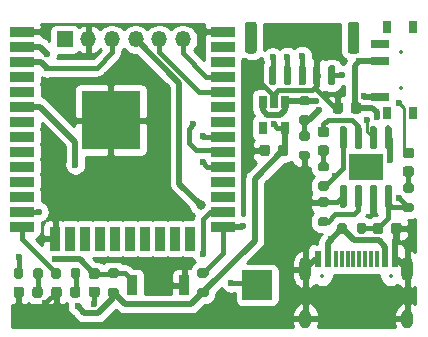
<source format=gbr>
%TF.GenerationSoftware,KiCad,Pcbnew,(5.1.8)-1*%
%TF.CreationDate,2021-10-10T15:44:20+08:00*%
%TF.ProjectId,wifiaudio,77696669-6175-4646-996f-2e6b69636164,rev?*%
%TF.SameCoordinates,Original*%
%TF.FileFunction,Copper,L1,Top*%
%TF.FilePolarity,Positive*%
%FSLAX46Y46*%
G04 Gerber Fmt 4.6, Leading zero omitted, Abs format (unit mm)*
G04 Created by KiCad (PCBNEW (5.1.8)-1) date 2021-10-10 15:44:20*
%MOMM*%
%LPD*%
G01*
G04 APERTURE LIST*
%TA.AperFunction,SMDPad,CuDef*%
%ADD10R,2.500000X2.500000*%
%TD*%
%TA.AperFunction,SMDPad,CuDef*%
%ADD11R,0.900000X1.700000*%
%TD*%
%TA.AperFunction,ComponentPad*%
%ADD12O,1.350000X1.350000*%
%TD*%
%TA.AperFunction,ComponentPad*%
%ADD13R,1.350000X1.350000*%
%TD*%
%TA.AperFunction,SMDPad,CuDef*%
%ADD14R,0.800000X1.000000*%
%TD*%
%TA.AperFunction,SMDPad,CuDef*%
%ADD15R,1.500000X0.700000*%
%TD*%
%TA.AperFunction,SMDPad,CuDef*%
%ADD16R,3.000000X2.290000*%
%TD*%
%TA.AperFunction,SMDPad,CuDef*%
%ADD17R,2.000000X0.900000*%
%TD*%
%TA.AperFunction,SMDPad,CuDef*%
%ADD18R,0.900000X2.000000*%
%TD*%
%TA.AperFunction,SMDPad,CuDef*%
%ADD19R,5.000000X5.000000*%
%TD*%
%TA.AperFunction,SMDPad,CuDef*%
%ADD20R,0.650000X1.060000*%
%TD*%
%TA.AperFunction,SMDPad,CuDef*%
%ADD21R,0.600000X1.450000*%
%TD*%
%TA.AperFunction,SMDPad,CuDef*%
%ADD22R,0.300000X1.450000*%
%TD*%
%TA.AperFunction,ComponentPad*%
%ADD23O,1.000000X2.100000*%
%TD*%
%TA.AperFunction,ComponentPad*%
%ADD24O,1.000000X1.600000*%
%TD*%
%TA.AperFunction,ViaPad*%
%ADD25C,0.600000*%
%TD*%
%TA.AperFunction,ViaPad*%
%ADD26C,0.800000*%
%TD*%
%TA.AperFunction,Conductor*%
%ADD27C,0.400000*%
%TD*%
%TA.AperFunction,Conductor*%
%ADD28C,0.500000*%
%TD*%
%TA.AperFunction,Conductor*%
%ADD29C,0.250000*%
%TD*%
%TA.AperFunction,Conductor*%
%ADD30C,0.254000*%
%TD*%
%TA.AperFunction,Conductor*%
%ADD31C,0.350000*%
%TD*%
%ADD32C,0.300000*%
%ADD33C,0.350000*%
%ADD34O,0.600000X1.700000*%
%ADD35O,0.600000X1.200000*%
G04 APERTURE END LIST*
%TO.P,R10,2*%
%TO.N,Net-(R10-Pad2)*%
%TA.AperFunction,SMDPad,CuDef*%
G36*
G01*
X101575000Y-104525000D02*
X101575000Y-105075000D01*
G75*
G02*
X101375000Y-105275000I-200000J0D01*
G01*
X100975000Y-105275000D01*
G75*
G02*
X100775000Y-105075000I0J200000D01*
G01*
X100775000Y-104525000D01*
G75*
G02*
X100975000Y-104325000I200000J0D01*
G01*
X101375000Y-104325000D01*
G75*
G02*
X101575000Y-104525000I0J-200000D01*
G01*
G37*
%TD.AperFunction*%
%TO.P,R10,1*%
%TO.N,Net-(D4-Pad2)*%
%TA.AperFunction,SMDPad,CuDef*%
G36*
G01*
X103225000Y-104525000D02*
X103225000Y-105075000D01*
G75*
G02*
X103025000Y-105275000I-200000J0D01*
G01*
X102625000Y-105275000D01*
G75*
G02*
X102425000Y-105075000I0J200000D01*
G01*
X102425000Y-104525000D01*
G75*
G02*
X102625000Y-104325000I200000J0D01*
G01*
X103025000Y-104325000D01*
G75*
G02*
X103225000Y-104525000I0J-200000D01*
G01*
G37*
%TD.AperFunction*%
%TD*%
%TO.P,R9,2*%
%TO.N,Net-(R9-Pad2)*%
%TA.AperFunction,SMDPad,CuDef*%
G36*
G01*
X125675000Y-90575000D02*
X125125000Y-90575000D01*
G75*
G02*
X124925000Y-90375000I0J200000D01*
G01*
X124925000Y-89975000D01*
G75*
G02*
X125125000Y-89775000I200000J0D01*
G01*
X125675000Y-89775000D01*
G75*
G02*
X125875000Y-89975000I0J-200000D01*
G01*
X125875000Y-90375000D01*
G75*
G02*
X125675000Y-90575000I-200000J0D01*
G01*
G37*
%TD.AperFunction*%
%TO.P,R9,1*%
%TO.N,/ADC*%
%TA.AperFunction,SMDPad,CuDef*%
G36*
G01*
X125675000Y-92225000D02*
X125125000Y-92225000D01*
G75*
G02*
X124925000Y-92025000I0J200000D01*
G01*
X124925000Y-91625000D01*
G75*
G02*
X125125000Y-91425000I200000J0D01*
G01*
X125675000Y-91425000D01*
G75*
G02*
X125875000Y-91625000I0J-200000D01*
G01*
X125875000Y-92025000D01*
G75*
G02*
X125675000Y-92225000I-200000J0D01*
G01*
G37*
%TD.AperFunction*%
%TD*%
%TO.P,R8,2*%
%TO.N,/ADC*%
%TA.AperFunction,SMDPad,CuDef*%
G36*
G01*
X125675000Y-93575000D02*
X125125000Y-93575000D01*
G75*
G02*
X124925000Y-93375000I0J200000D01*
G01*
X124925000Y-92975000D01*
G75*
G02*
X125125000Y-92775000I200000J0D01*
G01*
X125675000Y-92775000D01*
G75*
G02*
X125875000Y-92975000I0J-200000D01*
G01*
X125875000Y-93375000D01*
G75*
G02*
X125675000Y-93575000I-200000J0D01*
G01*
G37*
%TD.AperFunction*%
%TO.P,R8,1*%
%TO.N,GND*%
%TA.AperFunction,SMDPad,CuDef*%
G36*
G01*
X125675000Y-95225000D02*
X125125000Y-95225000D01*
G75*
G02*
X124925000Y-95025000I0J200000D01*
G01*
X124925000Y-94625000D01*
G75*
G02*
X125125000Y-94425000I200000J0D01*
G01*
X125675000Y-94425000D01*
G75*
G02*
X125875000Y-94625000I0J-200000D01*
G01*
X125875000Y-95025000D01*
G75*
G02*
X125675000Y-95225000I-200000J0D01*
G01*
G37*
%TD.AperFunction*%
%TD*%
%TO.P,R7,2*%
%TO.N,Net-(R7-Pad2)*%
%TA.AperFunction,SMDPad,CuDef*%
G36*
G01*
X104775000Y-104525000D02*
X104775000Y-105075000D01*
G75*
G02*
X104575000Y-105275000I-200000J0D01*
G01*
X104175000Y-105275000D01*
G75*
G02*
X103975000Y-105075000I0J200000D01*
G01*
X103975000Y-104525000D01*
G75*
G02*
X104175000Y-104325000I200000J0D01*
G01*
X104575000Y-104325000D01*
G75*
G02*
X104775000Y-104525000I0J-200000D01*
G01*
G37*
%TD.AperFunction*%
%TO.P,R7,1*%
%TO.N,Net-(D3-Pad2)*%
%TA.AperFunction,SMDPad,CuDef*%
G36*
G01*
X106425000Y-104525000D02*
X106425000Y-105075000D01*
G75*
G02*
X106225000Y-105275000I-200000J0D01*
G01*
X105825000Y-105275000D01*
G75*
G02*
X105625000Y-105075000I0J200000D01*
G01*
X105625000Y-104525000D01*
G75*
G02*
X105825000Y-104325000I200000J0D01*
G01*
X106225000Y-104325000D01*
G75*
G02*
X106425000Y-104525000I0J-200000D01*
G01*
G37*
%TD.AperFunction*%
%TD*%
%TO.P,R6,2*%
%TO.N,Net-(C1-Pad1)*%
%TA.AperFunction,SMDPad,CuDef*%
G36*
G01*
X133925000Y-98825000D02*
X134475000Y-98825000D01*
G75*
G02*
X134675000Y-99025000I0J-200000D01*
G01*
X134675000Y-99425000D01*
G75*
G02*
X134475000Y-99625000I-200000J0D01*
G01*
X133925000Y-99625000D01*
G75*
G02*
X133725000Y-99425000I0J200000D01*
G01*
X133725000Y-99025000D01*
G75*
G02*
X133925000Y-98825000I200000J0D01*
G01*
G37*
%TD.AperFunction*%
%TO.P,R6,1*%
%TO.N,Net-(D2-Pad2)*%
%TA.AperFunction,SMDPad,CuDef*%
G36*
G01*
X133925000Y-97175000D02*
X134475000Y-97175000D01*
G75*
G02*
X134675000Y-97375000I0J-200000D01*
G01*
X134675000Y-97775000D01*
G75*
G02*
X134475000Y-97975000I-200000J0D01*
G01*
X133925000Y-97975000D01*
G75*
G02*
X133725000Y-97775000I0J200000D01*
G01*
X133725000Y-97375000D01*
G75*
G02*
X133925000Y-97175000I200000J0D01*
G01*
G37*
%TD.AperFunction*%
%TD*%
%TO.P,R5,2*%
%TO.N,GND*%
%TA.AperFunction,SMDPad,CuDef*%
G36*
G01*
X127275000Y-99175000D02*
X126725000Y-99175000D01*
G75*
G02*
X126525000Y-98975000I0J200000D01*
G01*
X126525000Y-98575000D01*
G75*
G02*
X126725000Y-98375000I200000J0D01*
G01*
X127275000Y-98375000D01*
G75*
G02*
X127475000Y-98575000I0J-200000D01*
G01*
X127475000Y-98975000D01*
G75*
G02*
X127275000Y-99175000I-200000J0D01*
G01*
G37*
%TD.AperFunction*%
%TO.P,R5,1*%
%TO.N,Net-(R5-Pad1)*%
%TA.AperFunction,SMDPad,CuDef*%
G36*
G01*
X127275000Y-100825000D02*
X126725000Y-100825000D01*
G75*
G02*
X126525000Y-100625000I0J200000D01*
G01*
X126525000Y-100225000D01*
G75*
G02*
X126725000Y-100025000I200000J0D01*
G01*
X127275000Y-100025000D01*
G75*
G02*
X127475000Y-100225000I0J-200000D01*
G01*
X127475000Y-100625000D01*
G75*
G02*
X127275000Y-100825000I-200000J0D01*
G01*
G37*
%TD.AperFunction*%
%TD*%
%TO.P,R4,2*%
%TO.N,Net-(C1-Pad1)*%
%TA.AperFunction,SMDPad,CuDef*%
G36*
G01*
X126725000Y-97025000D02*
X127275000Y-97025000D01*
G75*
G02*
X127475000Y-97225000I0J-200000D01*
G01*
X127475000Y-97625000D01*
G75*
G02*
X127275000Y-97825000I-200000J0D01*
G01*
X126725000Y-97825000D01*
G75*
G02*
X126525000Y-97625000I0J200000D01*
G01*
X126525000Y-97225000D01*
G75*
G02*
X126725000Y-97025000I200000J0D01*
G01*
G37*
%TD.AperFunction*%
%TO.P,R4,1*%
%TO.N,Net-(D1-Pad2)*%
%TA.AperFunction,SMDPad,CuDef*%
G36*
G01*
X126725000Y-95375000D02*
X127275000Y-95375000D01*
G75*
G02*
X127475000Y-95575000I0J-200000D01*
G01*
X127475000Y-95975000D01*
G75*
G02*
X127275000Y-96175000I-200000J0D01*
G01*
X126725000Y-96175000D01*
G75*
G02*
X126525000Y-95975000I0J200000D01*
G01*
X126525000Y-95575000D01*
G75*
G02*
X126725000Y-95375000I200000J0D01*
G01*
G37*
%TD.AperFunction*%
%TD*%
%TO.P,R3,2*%
%TO.N,+5V*%
%TA.AperFunction,SMDPad,CuDef*%
G36*
G01*
X128975000Y-100725000D02*
X128975000Y-101275000D01*
G75*
G02*
X128775000Y-101475000I-200000J0D01*
G01*
X128375000Y-101475000D01*
G75*
G02*
X128175000Y-101275000I0J200000D01*
G01*
X128175000Y-100725000D01*
G75*
G02*
X128375000Y-100525000I200000J0D01*
G01*
X128775000Y-100525000D01*
G75*
G02*
X128975000Y-100725000I0J-200000D01*
G01*
G37*
%TD.AperFunction*%
%TO.P,R3,1*%
%TO.N,Net-(C1-Pad1)*%
%TA.AperFunction,SMDPad,CuDef*%
G36*
G01*
X130625000Y-100725000D02*
X130625000Y-101275000D01*
G75*
G02*
X130425000Y-101475000I-200000J0D01*
G01*
X130025000Y-101475000D01*
G75*
G02*
X129825000Y-101275000I0J200000D01*
G01*
X129825000Y-100725000D01*
G75*
G02*
X130025000Y-100525000I200000J0D01*
G01*
X130425000Y-100525000D01*
G75*
G02*
X130625000Y-100725000I0J-200000D01*
G01*
G37*
%TD.AperFunction*%
%TD*%
%TO.P,R2,2*%
%TO.N,/IO0*%
%TA.AperFunction,SMDPad,CuDef*%
G36*
G01*
X117075000Y-105175000D02*
X116525000Y-105175000D01*
G75*
G02*
X116325000Y-104975000I0J200000D01*
G01*
X116325000Y-104575000D01*
G75*
G02*
X116525000Y-104375000I200000J0D01*
G01*
X117075000Y-104375000D01*
G75*
G02*
X117275000Y-104575000I0J-200000D01*
G01*
X117275000Y-104975000D01*
G75*
G02*
X117075000Y-105175000I-200000J0D01*
G01*
G37*
%TD.AperFunction*%
%TO.P,R2,1*%
%TO.N,+3V3*%
%TA.AperFunction,SMDPad,CuDef*%
G36*
G01*
X117075000Y-106825000D02*
X116525000Y-106825000D01*
G75*
G02*
X116325000Y-106625000I0J200000D01*
G01*
X116325000Y-106225000D01*
G75*
G02*
X116525000Y-106025000I200000J0D01*
G01*
X117075000Y-106025000D01*
G75*
G02*
X117275000Y-106225000I0J-200000D01*
G01*
X117275000Y-106625000D01*
G75*
G02*
X117075000Y-106825000I-200000J0D01*
G01*
G37*
%TD.AperFunction*%
%TD*%
%TO.P,R1,2*%
%TO.N,/EN*%
%TA.AperFunction,SMDPad,CuDef*%
G36*
G01*
X109475000Y-105175000D02*
X108925000Y-105175000D01*
G75*
G02*
X108725000Y-104975000I0J200000D01*
G01*
X108725000Y-104575000D01*
G75*
G02*
X108925000Y-104375000I200000J0D01*
G01*
X109475000Y-104375000D01*
G75*
G02*
X109675000Y-104575000I0J-200000D01*
G01*
X109675000Y-104975000D01*
G75*
G02*
X109475000Y-105175000I-200000J0D01*
G01*
G37*
%TD.AperFunction*%
%TO.P,R1,1*%
%TO.N,+3V3*%
%TA.AperFunction,SMDPad,CuDef*%
G36*
G01*
X109475000Y-106825000D02*
X108925000Y-106825000D01*
G75*
G02*
X108725000Y-106625000I0J200000D01*
G01*
X108725000Y-106225000D01*
G75*
G02*
X108925000Y-106025000I200000J0D01*
G01*
X109475000Y-106025000D01*
G75*
G02*
X109675000Y-106225000I0J-200000D01*
G01*
X109675000Y-106625000D01*
G75*
G02*
X109475000Y-106825000I-200000J0D01*
G01*
G37*
%TD.AperFunction*%
%TD*%
%TO.P,D4,2*%
%TO.N,Net-(D4-Pad2)*%
%TA.AperFunction,SMDPad,CuDef*%
G36*
G01*
X102350000Y-106656250D02*
X102350000Y-106143750D01*
G75*
G02*
X102568750Y-105925000I218750J0D01*
G01*
X103006250Y-105925000D01*
G75*
G02*
X103225000Y-106143750I0J-218750D01*
G01*
X103225000Y-106656250D01*
G75*
G02*
X103006250Y-106875000I-218750J0D01*
G01*
X102568750Y-106875000D01*
G75*
G02*
X102350000Y-106656250I0J218750D01*
G01*
G37*
%TD.AperFunction*%
%TO.P,D4,1*%
%TO.N,GND*%
%TA.AperFunction,SMDPad,CuDef*%
G36*
G01*
X100775000Y-106656250D02*
X100775000Y-106143750D01*
G75*
G02*
X100993750Y-105925000I218750J0D01*
G01*
X101431250Y-105925000D01*
G75*
G02*
X101650000Y-106143750I0J-218750D01*
G01*
X101650000Y-106656250D01*
G75*
G02*
X101431250Y-106875000I-218750J0D01*
G01*
X100993750Y-106875000D01*
G75*
G02*
X100775000Y-106656250I0J218750D01*
G01*
G37*
%TD.AperFunction*%
%TD*%
%TO.P,D3,2*%
%TO.N,Net-(D3-Pad2)*%
%TA.AperFunction,SMDPad,CuDef*%
G36*
G01*
X105550000Y-106656250D02*
X105550000Y-106143750D01*
G75*
G02*
X105768750Y-105925000I218750J0D01*
G01*
X106206250Y-105925000D01*
G75*
G02*
X106425000Y-106143750I0J-218750D01*
G01*
X106425000Y-106656250D01*
G75*
G02*
X106206250Y-106875000I-218750J0D01*
G01*
X105768750Y-106875000D01*
G75*
G02*
X105550000Y-106656250I0J218750D01*
G01*
G37*
%TD.AperFunction*%
%TO.P,D3,1*%
%TO.N,GND*%
%TA.AperFunction,SMDPad,CuDef*%
G36*
G01*
X103975000Y-106656250D02*
X103975000Y-106143750D01*
G75*
G02*
X104193750Y-105925000I218750J0D01*
G01*
X104631250Y-105925000D01*
G75*
G02*
X104850000Y-106143750I0J-218750D01*
G01*
X104850000Y-106656250D01*
G75*
G02*
X104631250Y-106875000I-218750J0D01*
G01*
X104193750Y-106875000D01*
G75*
G02*
X103975000Y-106656250I0J218750D01*
G01*
G37*
%TD.AperFunction*%
%TD*%
%TO.P,D2,2*%
%TO.N,Net-(D2-Pad2)*%
%TA.AperFunction,SMDPad,CuDef*%
G36*
G01*
X133943750Y-95750000D02*
X134456250Y-95750000D01*
G75*
G02*
X134675000Y-95968750I0J-218750D01*
G01*
X134675000Y-96406250D01*
G75*
G02*
X134456250Y-96625000I-218750J0D01*
G01*
X133943750Y-96625000D01*
G75*
G02*
X133725000Y-96406250I0J218750D01*
G01*
X133725000Y-95968750D01*
G75*
G02*
X133943750Y-95750000I218750J0D01*
G01*
G37*
%TD.AperFunction*%
%TO.P,D2,1*%
%TO.N,Net-(D2-Pad1)*%
%TA.AperFunction,SMDPad,CuDef*%
G36*
G01*
X133943750Y-94175000D02*
X134456250Y-94175000D01*
G75*
G02*
X134675000Y-94393750I0J-218750D01*
G01*
X134675000Y-94831250D01*
G75*
G02*
X134456250Y-95050000I-218750J0D01*
G01*
X133943750Y-95050000D01*
G75*
G02*
X133725000Y-94831250I0J218750D01*
G01*
X133725000Y-94393750D01*
G75*
G02*
X133943750Y-94175000I218750J0D01*
G01*
G37*
%TD.AperFunction*%
%TD*%
%TO.P,D1,2*%
%TO.N,Net-(D1-Pad2)*%
%TA.AperFunction,SMDPad,CuDef*%
G36*
G01*
X126743750Y-93962500D02*
X127256250Y-93962500D01*
G75*
G02*
X127475000Y-94181250I0J-218750D01*
G01*
X127475000Y-94618750D01*
G75*
G02*
X127256250Y-94837500I-218750J0D01*
G01*
X126743750Y-94837500D01*
G75*
G02*
X126525000Y-94618750I0J218750D01*
G01*
X126525000Y-94181250D01*
G75*
G02*
X126743750Y-93962500I218750J0D01*
G01*
G37*
%TD.AperFunction*%
%TO.P,D1,1*%
%TO.N,Net-(D1-Pad1)*%
%TA.AperFunction,SMDPad,CuDef*%
G36*
G01*
X126743750Y-92387500D02*
X127256250Y-92387500D01*
G75*
G02*
X127475000Y-92606250I0J-218750D01*
G01*
X127475000Y-93043750D01*
G75*
G02*
X127256250Y-93262500I-218750J0D01*
G01*
X126743750Y-93262500D01*
G75*
G02*
X126525000Y-93043750I0J218750D01*
G01*
X126525000Y-92606250D01*
G75*
G02*
X126743750Y-92387500I218750J0D01*
G01*
G37*
%TD.AperFunction*%
%TD*%
%TO.P,C4,2*%
%TO.N,GND*%
%TA.AperFunction,SMDPad,CuDef*%
G36*
G01*
X122475000Y-94150000D02*
X122475000Y-94650000D01*
G75*
G02*
X122250000Y-94875000I-225000J0D01*
G01*
X121800000Y-94875000D01*
G75*
G02*
X121575000Y-94650000I0J225000D01*
G01*
X121575000Y-94150000D01*
G75*
G02*
X121800000Y-93925000I225000J0D01*
G01*
X122250000Y-93925000D01*
G75*
G02*
X122475000Y-94150000I0J-225000D01*
G01*
G37*
%TD.AperFunction*%
%TO.P,C4,1*%
%TO.N,+3V3*%
%TA.AperFunction,SMDPad,CuDef*%
G36*
G01*
X124025000Y-94150000D02*
X124025000Y-94650000D01*
G75*
G02*
X123800000Y-94875000I-225000J0D01*
G01*
X123350000Y-94875000D01*
G75*
G02*
X123125000Y-94650000I0J225000D01*
G01*
X123125000Y-94150000D01*
G75*
G02*
X123350000Y-93925000I225000J0D01*
G01*
X123800000Y-93925000D01*
G75*
G02*
X124025000Y-94150000I0J-225000D01*
G01*
G37*
%TD.AperFunction*%
%TD*%
%TO.P,C3,2*%
%TO.N,GND*%
%TA.AperFunction,SMDPad,CuDef*%
G36*
G01*
X107350000Y-105925000D02*
X107850000Y-105925000D01*
G75*
G02*
X108075000Y-106150000I0J-225000D01*
G01*
X108075000Y-106600000D01*
G75*
G02*
X107850000Y-106825000I-225000J0D01*
G01*
X107350000Y-106825000D01*
G75*
G02*
X107125000Y-106600000I0J225000D01*
G01*
X107125000Y-106150000D01*
G75*
G02*
X107350000Y-105925000I225000J0D01*
G01*
G37*
%TD.AperFunction*%
%TO.P,C3,1*%
%TO.N,/EN*%
%TA.AperFunction,SMDPad,CuDef*%
G36*
G01*
X107350000Y-104375000D02*
X107850000Y-104375000D01*
G75*
G02*
X108075000Y-104600000I0J-225000D01*
G01*
X108075000Y-105050000D01*
G75*
G02*
X107850000Y-105275000I-225000J0D01*
G01*
X107350000Y-105275000D01*
G75*
G02*
X107125000Y-105050000I0J225000D01*
G01*
X107125000Y-104600000D01*
G75*
G02*
X107350000Y-104375000I225000J0D01*
G01*
G37*
%TD.AperFunction*%
%TD*%
%TO.P,C2,2*%
%TO.N,GND*%
%TA.AperFunction,SMDPad,CuDef*%
G36*
G01*
X128675000Y-90550000D02*
X128675000Y-91050000D01*
G75*
G02*
X128450000Y-91275000I-225000J0D01*
G01*
X128000000Y-91275000D01*
G75*
G02*
X127775000Y-91050000I0J225000D01*
G01*
X127775000Y-90550000D01*
G75*
G02*
X128000000Y-90325000I225000J0D01*
G01*
X128450000Y-90325000D01*
G75*
G02*
X128675000Y-90550000I0J-225000D01*
G01*
G37*
%TD.AperFunction*%
%TO.P,C2,1*%
%TO.N,BAT+*%
%TA.AperFunction,SMDPad,CuDef*%
G36*
G01*
X130225000Y-90550000D02*
X130225000Y-91050000D01*
G75*
G02*
X130000000Y-91275000I-225000J0D01*
G01*
X129550000Y-91275000D01*
G75*
G02*
X129325000Y-91050000I0J225000D01*
G01*
X129325000Y-90550000D01*
G75*
G02*
X129550000Y-90325000I225000J0D01*
G01*
X130000000Y-90325000D01*
G75*
G02*
X130225000Y-90550000I0J-225000D01*
G01*
G37*
%TD.AperFunction*%
%TD*%
%TO.P,C1,2*%
%TO.N,GND*%
%TA.AperFunction,SMDPad,CuDef*%
G36*
G01*
X132725000Y-101250000D02*
X132725000Y-100750000D01*
G75*
G02*
X132950000Y-100525000I225000J0D01*
G01*
X133400000Y-100525000D01*
G75*
G02*
X133625000Y-100750000I0J-225000D01*
G01*
X133625000Y-101250000D01*
G75*
G02*
X133400000Y-101475000I-225000J0D01*
G01*
X132950000Y-101475000D01*
G75*
G02*
X132725000Y-101250000I0J225000D01*
G01*
G37*
%TD.AperFunction*%
%TO.P,C1,1*%
%TO.N,Net-(C1-Pad1)*%
%TA.AperFunction,SMDPad,CuDef*%
G36*
G01*
X131175000Y-101250000D02*
X131175000Y-100750000D01*
G75*
G02*
X131400000Y-100525000I225000J0D01*
G01*
X131850000Y-100525000D01*
G75*
G02*
X132075000Y-100750000I0J-225000D01*
G01*
X132075000Y-101250000D01*
G75*
G02*
X131850000Y-101475000I-225000J0D01*
G01*
X131400000Y-101475000D01*
G75*
G02*
X131175000Y-101250000I0J225000D01*
G01*
G37*
%TD.AperFunction*%
%TD*%
D10*
%TO.P,J6,1*%
%TO.N,Net-(J6-Pad1)*%
X121400000Y-105800000D03*
%TD*%
D11*
%TO.P,SW2,2*%
%TO.N,/EN*%
X110800000Y-105800000D03*
%TO.P,SW2,1*%
%TO.N,GND*%
X115200000Y-105800000D03*
%TD*%
D12*
%TO.P,J5,6*%
%TO.N,/TXD*%
X115100000Y-85000000D03*
%TO.P,J5,5*%
%TO.N,/RXD*%
X113100000Y-85000000D03*
%TO.P,J5,4*%
%TO.N,/IO0*%
X111100000Y-85000000D03*
%TO.P,J5,3*%
%TO.N,/EN*%
X109100000Y-85000000D03*
%TO.P,J5,2*%
%TO.N,GND*%
X107100000Y-85000000D03*
D13*
%TO.P,J5,1*%
%TO.N,+5V*%
X105100000Y-85000000D03*
%TD*%
D14*
%TO.P,SW1,*%
%TO.N,*%
X132420000Y-91250000D03*
X132420000Y-83950000D03*
X134630000Y-83950000D03*
X134630000Y-91250000D03*
D15*
%TO.P,SW1,3*%
%TO.N,N/C*%
X131770000Y-85350000D03*
%TO.P,SW1,2*%
%TO.N,BAT+*%
X131770000Y-86850000D03*
%TO.P,SW1,1*%
%TO.N,Net-(R9-Pad2)*%
X131770000Y-89850000D03*
%TD*%
D16*
%TO.P,U2,9*%
%TO.N,N/C*%
X130600000Y-95800000D03*
%TO.P,U2,8*%
%TO.N,Net-(C1-Pad1)*%
%TA.AperFunction,SMDPad,CuDef*%
G36*
G01*
X128845000Y-94300000D02*
X128545000Y-94300000D01*
G75*
G02*
X128395000Y-94150000I0J150000D01*
G01*
X128395000Y-92500000D01*
G75*
G02*
X128545000Y-92350000I150000J0D01*
G01*
X128845000Y-92350000D01*
G75*
G02*
X128995000Y-92500000I0J-150000D01*
G01*
X128995000Y-94150000D01*
G75*
G02*
X128845000Y-94300000I-150000J0D01*
G01*
G37*
%TD.AperFunction*%
%TO.P,U2,7*%
%TO.N,Net-(D1-Pad1)*%
%TA.AperFunction,SMDPad,CuDef*%
G36*
G01*
X130115000Y-94300000D02*
X129815000Y-94300000D01*
G75*
G02*
X129665000Y-94150000I0J150000D01*
G01*
X129665000Y-92500000D01*
G75*
G02*
X129815000Y-92350000I150000J0D01*
G01*
X130115000Y-92350000D01*
G75*
G02*
X130265000Y-92500000I0J-150000D01*
G01*
X130265000Y-94150000D01*
G75*
G02*
X130115000Y-94300000I-150000J0D01*
G01*
G37*
%TD.AperFunction*%
%TO.P,U2,6*%
%TO.N,Net-(D2-Pad1)*%
%TA.AperFunction,SMDPad,CuDef*%
G36*
G01*
X131385000Y-94300000D02*
X131085000Y-94300000D01*
G75*
G02*
X130935000Y-94150000I0J150000D01*
G01*
X130935000Y-92500000D01*
G75*
G02*
X131085000Y-92350000I150000J0D01*
G01*
X131385000Y-92350000D01*
G75*
G02*
X131535000Y-92500000I0J-150000D01*
G01*
X131535000Y-94150000D01*
G75*
G02*
X131385000Y-94300000I-150000J0D01*
G01*
G37*
%TD.AperFunction*%
%TO.P,U2,5*%
%TO.N,BAT+*%
%TA.AperFunction,SMDPad,CuDef*%
G36*
G01*
X132655000Y-94300000D02*
X132355000Y-94300000D01*
G75*
G02*
X132205000Y-94150000I0J150000D01*
G01*
X132205000Y-92500000D01*
G75*
G02*
X132355000Y-92350000I150000J0D01*
G01*
X132655000Y-92350000D01*
G75*
G02*
X132805000Y-92500000I0J-150000D01*
G01*
X132805000Y-94150000D01*
G75*
G02*
X132655000Y-94300000I-150000J0D01*
G01*
G37*
%TD.AperFunction*%
%TO.P,U2,4*%
%TO.N,Net-(C1-Pad1)*%
%TA.AperFunction,SMDPad,CuDef*%
G36*
G01*
X132655000Y-99250000D02*
X132355000Y-99250000D01*
G75*
G02*
X132205000Y-99100000I0J150000D01*
G01*
X132205000Y-97450000D01*
G75*
G02*
X132355000Y-97300000I150000J0D01*
G01*
X132655000Y-97300000D01*
G75*
G02*
X132805000Y-97450000I0J-150000D01*
G01*
X132805000Y-99100000D01*
G75*
G02*
X132655000Y-99250000I-150000J0D01*
G01*
G37*
%TD.AperFunction*%
%TO.P,U2,3*%
%TO.N,GND*%
%TA.AperFunction,SMDPad,CuDef*%
G36*
G01*
X131385000Y-99250000D02*
X131085000Y-99250000D01*
G75*
G02*
X130935000Y-99100000I0J150000D01*
G01*
X130935000Y-97450000D01*
G75*
G02*
X131085000Y-97300000I150000J0D01*
G01*
X131385000Y-97300000D01*
G75*
G02*
X131535000Y-97450000I0J-150000D01*
G01*
X131535000Y-99100000D01*
G75*
G02*
X131385000Y-99250000I-150000J0D01*
G01*
G37*
%TD.AperFunction*%
%TO.P,U2,2*%
%TO.N,Net-(R5-Pad1)*%
%TA.AperFunction,SMDPad,CuDef*%
G36*
G01*
X130115000Y-99250000D02*
X129815000Y-99250000D01*
G75*
G02*
X129665000Y-99100000I0J150000D01*
G01*
X129665000Y-97450000D01*
G75*
G02*
X129815000Y-97300000I150000J0D01*
G01*
X130115000Y-97300000D01*
G75*
G02*
X130265000Y-97450000I0J-150000D01*
G01*
X130265000Y-99100000D01*
G75*
G02*
X130115000Y-99250000I-150000J0D01*
G01*
G37*
%TD.AperFunction*%
%TO.P,U2,1*%
%TO.N,GND*%
%TA.AperFunction,SMDPad,CuDef*%
G36*
G01*
X128845000Y-99250000D02*
X128545000Y-99250000D01*
G75*
G02*
X128395000Y-99100000I0J150000D01*
G01*
X128395000Y-97450000D01*
G75*
G02*
X128545000Y-97300000I150000J0D01*
G01*
X128845000Y-97300000D01*
G75*
G02*
X128995000Y-97450000I0J-150000D01*
G01*
X128995000Y-99100000D01*
G75*
G02*
X128845000Y-99250000I-150000J0D01*
G01*
G37*
%TD.AperFunction*%
%TD*%
%TO.P,J4,MP*%
%TO.N,N/C*%
%TA.AperFunction,SMDPad,CuDef*%
G36*
G01*
X121350000Y-83750000D02*
X121350000Y-85950000D01*
G75*
G02*
X121100000Y-86200000I-250000J0D01*
G01*
X120600000Y-86200000D01*
G75*
G02*
X120350000Y-85950000I0J250000D01*
G01*
X120350000Y-83750000D01*
G75*
G02*
X120600000Y-83500000I250000J0D01*
G01*
X121100000Y-83500000D01*
G75*
G02*
X121350000Y-83750000I0J-250000D01*
G01*
G37*
%TD.AperFunction*%
%TA.AperFunction,SMDPad,CuDef*%
G36*
G01*
X130050000Y-83750000D02*
X130050000Y-85950000D01*
G75*
G02*
X129800000Y-86200000I-250000J0D01*
G01*
X129300000Y-86200000D01*
G75*
G02*
X129050000Y-85950000I0J250000D01*
G01*
X129050000Y-83750000D01*
G75*
G02*
X129300000Y-83500000I250000J0D01*
G01*
X129800000Y-83500000D01*
G75*
G02*
X130050000Y-83750000I0J-250000D01*
G01*
G37*
%TD.AperFunction*%
%TO.P,J4,5*%
%TO.N,/DIN*%
%TA.AperFunction,SMDPad,CuDef*%
G36*
G01*
X123000000Y-87350000D02*
X123000000Y-88750000D01*
G75*
G02*
X122850000Y-88900000I-150000J0D01*
G01*
X122550000Y-88900000D01*
G75*
G02*
X122400000Y-88750000I0J150000D01*
G01*
X122400000Y-87350000D01*
G75*
G02*
X122550000Y-87200000I150000J0D01*
G01*
X122850000Y-87200000D01*
G75*
G02*
X123000000Y-87350000I0J-150000D01*
G01*
G37*
%TD.AperFunction*%
%TO.P,J4,4*%
%TO.N,/WS*%
%TA.AperFunction,SMDPad,CuDef*%
G36*
G01*
X124250000Y-87350000D02*
X124250000Y-88750000D01*
G75*
G02*
X124100000Y-88900000I-150000J0D01*
G01*
X123800000Y-88900000D01*
G75*
G02*
X123650000Y-88750000I0J150000D01*
G01*
X123650000Y-87350000D01*
G75*
G02*
X123800000Y-87200000I150000J0D01*
G01*
X124100000Y-87200000D01*
G75*
G02*
X124250000Y-87350000I0J-150000D01*
G01*
G37*
%TD.AperFunction*%
%TO.P,J4,3*%
%TO.N,/BCK*%
%TA.AperFunction,SMDPad,CuDef*%
G36*
G01*
X125500000Y-87350000D02*
X125500000Y-88750000D01*
G75*
G02*
X125350000Y-88900000I-150000J0D01*
G01*
X125050000Y-88900000D01*
G75*
G02*
X124900000Y-88750000I0J150000D01*
G01*
X124900000Y-87350000D01*
G75*
G02*
X125050000Y-87200000I150000J0D01*
G01*
X125350000Y-87200000D01*
G75*
G02*
X125500000Y-87350000I0J-150000D01*
G01*
G37*
%TD.AperFunction*%
%TO.P,J4,2*%
%TO.N,GND*%
%TA.AperFunction,SMDPad,CuDef*%
G36*
G01*
X126750000Y-87350000D02*
X126750000Y-88750000D01*
G75*
G02*
X126600000Y-88900000I-150000J0D01*
G01*
X126300000Y-88900000D01*
G75*
G02*
X126150000Y-88750000I0J150000D01*
G01*
X126150000Y-87350000D01*
G75*
G02*
X126300000Y-87200000I150000J0D01*
G01*
X126600000Y-87200000D01*
G75*
G02*
X126750000Y-87350000I0J-150000D01*
G01*
G37*
%TD.AperFunction*%
%TO.P,J4,1*%
%TO.N,+3V3*%
%TA.AperFunction,SMDPad,CuDef*%
G36*
G01*
X128000000Y-87350000D02*
X128000000Y-88750000D01*
G75*
G02*
X127850000Y-88900000I-150000J0D01*
G01*
X127550000Y-88900000D01*
G75*
G02*
X127400000Y-88750000I0J150000D01*
G01*
X127400000Y-87350000D01*
G75*
G02*
X127550000Y-87200000I150000J0D01*
G01*
X127850000Y-87200000D01*
G75*
G02*
X128000000Y-87350000I0J-150000D01*
G01*
G37*
%TD.AperFunction*%
%TD*%
D17*
%TO.P,U1,38*%
%TO.N,GND*%
X118500000Y-84345000D03*
%TO.P,U1,37*%
%TO.N,N/C*%
X118500000Y-85615000D03*
%TO.P,U1,36*%
X118500000Y-86885000D03*
%TO.P,U1,35*%
%TO.N,/TXD*%
X118500000Y-88155000D03*
%TO.P,U1,34*%
%TO.N,/RXD*%
X118500000Y-89425000D03*
%TO.P,U1,33*%
%TO.N,N/C*%
X118500000Y-90695000D03*
%TO.P,U1,32*%
X118500000Y-91965000D03*
%TO.P,U1,31*%
%TO.N,/WS*%
X118500000Y-93235000D03*
%TO.P,U1,30*%
%TO.N,/DIN*%
X118500000Y-94505000D03*
%TO.P,U1,29*%
%TO.N,/BCK*%
X118500000Y-95775000D03*
%TO.P,U1,28*%
%TO.N,N/C*%
X118500000Y-97045000D03*
%TO.P,U1,27*%
X118500000Y-98315000D03*
%TO.P,U1,26*%
%TO.N,Net-(J6-Pad1)*%
X118500000Y-99585000D03*
%TO.P,U1,25*%
%TO.N,/IO0*%
X118500000Y-100855000D03*
D18*
%TO.P,U1,24*%
%TO.N,N/C*%
X115715000Y-101855000D03*
%TO.P,U1,23*%
X114445000Y-101855000D03*
%TO.P,U1,22*%
X113175000Y-101855000D03*
%TO.P,U1,21*%
X111905000Y-101855000D03*
%TO.P,U1,20*%
X110635000Y-101855000D03*
%TO.P,U1,19*%
X109365000Y-101855000D03*
%TO.P,U1,18*%
X108095000Y-101855000D03*
%TO.P,U1,17*%
X106825000Y-101855000D03*
%TO.P,U1,16*%
X105555000Y-101855000D03*
%TO.P,U1,15*%
%TO.N,GND*%
X104285000Y-101855000D03*
D17*
%TO.P,U1,14*%
%TO.N,Net-(R7-Pad2)*%
X101500000Y-100855000D03*
%TO.P,U1,13*%
%TO.N,Net-(R10-Pad2)*%
X101500000Y-99585000D03*
%TO.P,U1,12*%
%TO.N,N/C*%
X101500000Y-98315000D03*
%TO.P,U1,11*%
X101500000Y-97045000D03*
%TO.P,U1,10*%
X101500000Y-95775000D03*
%TO.P,U1,9*%
X101500000Y-94505000D03*
%TO.P,U1,8*%
X101500000Y-93235000D03*
%TO.P,U1,7*%
X101500000Y-91965000D03*
%TO.P,U1,6*%
%TO.N,/ADC*%
X101500000Y-90695000D03*
%TO.P,U1,5*%
%TO.N,N/C*%
X101500000Y-89425000D03*
%TO.P,U1,4*%
X101500000Y-88155000D03*
%TO.P,U1,3*%
%TO.N,/EN*%
X101500000Y-86885000D03*
%TO.P,U1,2*%
%TO.N,+3V3*%
X101500000Y-85615000D03*
%TO.P,U1,1*%
%TO.N,GND*%
X101500000Y-84345000D03*
D19*
%TO.P,U1,39*%
X109000000Y-91845000D03*
%TD*%
D20*
%TO.P,U5,5*%
%TO.N,+3V3*%
X123750000Y-92500000D03*
%TO.P,U5,4*%
%TO.N,N/C*%
X121850000Y-92500000D03*
%TO.P,U5,3*%
%TO.N,Net-(R9-Pad2)*%
X121850000Y-90300000D03*
%TO.P,U5,2*%
%TO.N,GND*%
X122800000Y-90300000D03*
%TO.P,U5,1*%
%TO.N,Net-(R9-Pad2)*%
X123750000Y-90300000D03*
%TD*%
D21*
%TO.P,J1,B1*%
%TO.N,GND*%
X133050000Y-103555000D03*
%TO.P,J1,A9*%
%TO.N,+5V*%
X132250000Y-103555000D03*
%TO.P,J1,B9*%
X127350000Y-103555000D03*
%TO.P,J1,B12*%
%TO.N,GND*%
X126550000Y-103555000D03*
%TO.P,J1,A1*%
X126550000Y-103555000D03*
%TO.P,J1,A4*%
%TO.N,+5V*%
X127350000Y-103555000D03*
%TO.P,J1,B4*%
X132250000Y-103555000D03*
%TO.P,J1,A12*%
%TO.N,GND*%
X133050000Y-103555000D03*
D22*
%TO.P,J1,B8*%
%TO.N,N/C*%
X128050000Y-103555000D03*
%TO.P,J1,A5*%
X128550000Y-103555000D03*
%TO.P,J1,B7*%
X129050000Y-103555000D03*
%TO.P,J1,A7*%
X130050000Y-103555000D03*
%TO.P,J1,B6*%
X130550000Y-103555000D03*
%TO.P,J1,A8*%
X131050000Y-103555000D03*
%TO.P,J1,B5*%
X131550000Y-103555000D03*
%TO.P,J1,A6*%
X129550000Y-103555000D03*
D23*
%TO.P,J1,S1*%
%TO.N,GND*%
X134120000Y-104470000D03*
X125480000Y-104470000D03*
D24*
X125480000Y-108650000D03*
X134120000Y-108650000D03*
%TD*%
D25*
%TO.N,GND*%
X133050013Y-102149997D03*
X131200000Y-99799992D03*
X103456114Y-107340328D03*
X103145004Y-101854996D03*
X114000000Y-105800000D03*
X107600000Y-107400000D03*
X126800000Y-86500000D03*
X120400000Y-86800000D03*
X107200000Y-88400000D03*
%TO.N,+3V3*%
X128600008Y-88000000D03*
X122800000Y-92200042D03*
X106200000Y-107600000D03*
X103600000Y-86200000D03*
%TO.N,+5V*%
X127687500Y-101887500D03*
%TO.N,BAT+*%
X132600000Y-95200000D03*
X131519812Y-91600000D03*
X130049976Y-86849976D03*
%TO.N,Net-(C1-Pad1)*%
X128000000Y-96600000D03*
X133400000Y-98400000D03*
%TO.N,Net-(D2-Pad1)*%
X130662026Y-91800000D03*
X133400002Y-90400000D03*
%TO.N,/DIN*%
X116000000Y-92200000D03*
X122699999Y-86499999D03*
%TO.N,/WS*%
X123949993Y-86450007D03*
X116800000Y-93200000D03*
%TO.N,/BCK*%
X125200000Y-86400000D03*
X116800000Y-95400000D03*
%TO.N,/EN*%
X104249990Y-103600000D03*
X103600000Y-87400000D03*
%TO.N,/IO0*%
X120200000Y-100800012D03*
D26*
X116600000Y-99000000D03*
D25*
%TO.N,/ADC*%
X106000000Y-95600000D03*
X126599994Y-91000000D03*
%TO.N,Net-(R9-Pad2)*%
X130399994Y-89799994D03*
X126405018Y-90200000D03*
%TO.N,Net-(R10-Pad2)*%
X102900018Y-99600000D03*
X101200000Y-103400000D03*
%TO.N,Net-(J6-Pad1)*%
X116800000Y-103200000D03*
X119200000Y-105600000D03*
%TD*%
D27*
%TO.N,GND*%
X104285000Y-101855000D02*
X104100000Y-102040000D01*
X127025000Y-98800000D02*
X127000000Y-98775000D01*
X128170000Y-98800000D02*
X127025000Y-98800000D01*
X128695000Y-98275000D02*
X128170000Y-98800000D01*
D28*
X133050000Y-102150010D02*
X133050013Y-102149997D01*
X133050000Y-103555000D02*
X133050000Y-102150010D01*
X131235000Y-98275000D02*
X131235000Y-99764992D01*
X131235000Y-99764992D02*
X131200000Y-99799992D01*
X133175000Y-102025010D02*
X133050013Y-102149997D01*
X133175000Y-101000000D02*
X133175000Y-102025010D01*
D27*
X128000000Y-90800000D02*
X128225000Y-90800000D01*
X126400000Y-89200000D02*
X128000000Y-90800000D01*
X126400000Y-88100000D02*
X126400000Y-89200000D01*
X126450000Y-88050000D02*
X126400000Y-88100000D01*
X126049990Y-89300010D02*
X126450000Y-88900000D01*
X123174988Y-89300010D02*
X126049990Y-89300010D01*
X122800000Y-89674998D02*
X123174988Y-89300010D01*
X126450000Y-88900000D02*
X126450000Y-88050000D01*
X122800000Y-90300000D02*
X122800000Y-89674998D01*
D28*
X126395000Y-103555000D02*
X125480000Y-104470000D01*
X126550000Y-103555000D02*
X126395000Y-103555000D01*
X133205000Y-103555000D02*
X134120000Y-104470000D01*
X133050000Y-103555000D02*
X133205000Y-103555000D01*
D27*
X103472172Y-107340328D02*
X104412500Y-106400000D01*
X103456114Y-107340328D02*
X103472172Y-107340328D01*
X103145008Y-101855000D02*
X103145004Y-101854996D01*
X104285000Y-101855000D02*
X103145008Y-101855000D01*
X115200000Y-105800000D02*
X114000000Y-105800000D01*
X107600000Y-106375000D02*
X107600000Y-107400000D01*
X126450000Y-86850000D02*
X126800000Y-86500000D01*
X126450000Y-88050000D02*
X126450000Y-86850000D01*
X120400000Y-87400000D02*
X120400000Y-86800000D01*
X122800000Y-89800000D02*
X120400000Y-87400000D01*
X122800000Y-90300000D02*
X122800000Y-89800000D01*
D28*
%TO.N,+3V3*%
X123750000Y-94225000D02*
X123575000Y-94400000D01*
X123750000Y-92500000D02*
X123750000Y-94225000D01*
D27*
X127700000Y-88050000D02*
X128550008Y-88050000D01*
X128550008Y-88050000D02*
X128600008Y-88000000D01*
X123750000Y-92500000D02*
X123099958Y-92500000D01*
X123099958Y-92500000D02*
X122800000Y-92200042D01*
D28*
X115825000Y-107400000D02*
X116800000Y-106425000D01*
X110200000Y-107400000D02*
X115825000Y-107400000D01*
X109225000Y-106425000D02*
X110200000Y-107400000D01*
X109200000Y-106425000D02*
X109225000Y-106425000D01*
X103600000Y-86200000D02*
X103015000Y-85615000D01*
X103015000Y-85615000D02*
X101500000Y-85615000D01*
X106750001Y-108150001D02*
X106200000Y-107600000D01*
X107960001Y-108150001D02*
X106750001Y-108150001D01*
X109200000Y-106910002D02*
X107960001Y-108150001D01*
X109200000Y-106425000D02*
X109200000Y-106910002D01*
X121200000Y-102025000D02*
X116800000Y-106425000D01*
X121200000Y-96775000D02*
X121200000Y-102025000D01*
X123575000Y-94400000D02*
X121200000Y-96775000D01*
%TO.N,+5V*%
X128575000Y-101000000D02*
X127350000Y-102225000D01*
X131680002Y-102000000D02*
X132250000Y-102569998D01*
X132250000Y-102569998D02*
X132250000Y-103555000D01*
X129600000Y-102000000D02*
X131680002Y-102000000D01*
X128600000Y-101000000D02*
X129600000Y-102000000D01*
X128575000Y-101000000D02*
X128600000Y-101000000D01*
X127350000Y-102225000D02*
X127687500Y-101887500D01*
X127350000Y-103555000D02*
X127350000Y-102225000D01*
%TO.N,BAT+*%
X132505000Y-93325000D02*
X132505000Y-92491812D01*
X132600000Y-93420000D02*
X132600000Y-95200000D01*
X132505000Y-93325000D02*
X132600000Y-93420000D01*
X131519812Y-91175736D02*
X131519812Y-91600000D01*
X129775000Y-90800000D02*
X131144076Y-90800000D01*
X131144076Y-90800000D02*
X131519812Y-91175736D01*
X131770000Y-86850000D02*
X130050000Y-86850000D01*
X130050000Y-86850000D02*
X130049976Y-86849976D01*
X129775000Y-90800000D02*
X129649992Y-90674992D01*
X129649992Y-90674992D02*
X129649992Y-87249960D01*
X129649992Y-87249960D02*
X130049976Y-86849976D01*
D27*
%TO.N,Net-(C1-Pad1)*%
X130225000Y-101000000D02*
X131625000Y-101000000D01*
X132505000Y-98275000D02*
X132505000Y-99095000D01*
X131625000Y-101000000D02*
X132305000Y-100320000D01*
X132505000Y-98905000D02*
X132505000Y-98275000D01*
X132825000Y-99225000D02*
X132505000Y-98905000D01*
X134200000Y-99225000D02*
X132825000Y-99225000D01*
X127175000Y-97425000D02*
X128000000Y-96600000D01*
X127000000Y-97425000D02*
X127175000Y-97425000D01*
X128695000Y-95905000D02*
X128000000Y-96600000D01*
X128695000Y-93325000D02*
X128695000Y-95905000D01*
X132505000Y-100120000D02*
X132505000Y-98275000D01*
X132305000Y-100320000D02*
X132505000Y-100120000D01*
X134200000Y-99225000D02*
X133400000Y-98425000D01*
X133400000Y-98425000D02*
X133400000Y-98400000D01*
%TO.N,Net-(D1-Pad2)*%
X127000000Y-94400000D02*
X127000000Y-95775000D01*
%TO.N,Net-(D1-Pad1)*%
X127000000Y-92200000D02*
X127000000Y-92825000D01*
X127400000Y-91800000D02*
X127000000Y-92200000D01*
X129415000Y-91800000D02*
X127400000Y-91800000D01*
X129965000Y-92350000D02*
X129415000Y-91800000D01*
X129965000Y-93325000D02*
X129965000Y-92350000D01*
%TO.N,Net-(D2-Pad2)*%
X134200000Y-96187500D02*
X134200000Y-97575000D01*
D29*
%TO.N,Net-(D2-Pad1)*%
X130662026Y-92752026D02*
X130662026Y-91800000D01*
X131235000Y-93325000D02*
X130662026Y-92752026D01*
X133800000Y-90799998D02*
X133400002Y-90400000D01*
X133800000Y-94212500D02*
X133800000Y-90799998D01*
X134200000Y-94612500D02*
X133800000Y-94212500D01*
D27*
%TO.N,Net-(R5-Pad1)*%
X127375000Y-100425000D02*
X127000000Y-100425000D01*
X129600000Y-99800000D02*
X128000000Y-99800000D01*
X128000000Y-99800000D02*
X127375000Y-100425000D01*
X129965000Y-99435000D02*
X129600000Y-99800000D01*
X129965000Y-98275000D02*
X129965000Y-99435000D01*
%TO.N,/DIN*%
X122700000Y-88050000D02*
X122699999Y-86924263D01*
X122699999Y-86924263D02*
X122699999Y-86499999D01*
X118395000Y-94400000D02*
X118500000Y-94505000D01*
X116191000Y-94400000D02*
X118395000Y-94400000D01*
X115600000Y-93809000D02*
X116191000Y-94400000D01*
X115600000Y-92600000D02*
X115600000Y-93809000D01*
X116000000Y-92200000D02*
X115600000Y-92600000D01*
%TO.N,/WS*%
X123950000Y-88050000D02*
X123950000Y-86450014D01*
X123950000Y-86450014D02*
X123949993Y-86450007D01*
X116835000Y-93235000D02*
X116800000Y-93200000D01*
X118500000Y-93235000D02*
X116835000Y-93235000D01*
%TO.N,/BCK*%
X125200000Y-88050000D02*
X125200000Y-86400000D01*
X118500000Y-95775000D02*
X117175000Y-95775000D01*
X117175000Y-95775000D02*
X116800000Y-95400000D01*
%TO.N,Net-(D3-Pad2)*%
X106025000Y-106362500D02*
X105987500Y-106400000D01*
X106025000Y-104800000D02*
X106025000Y-106362500D01*
%TO.N,Net-(R7-Pad2)*%
X101500000Y-101925000D02*
X104375000Y-104800000D01*
X101500000Y-100855000D02*
X101500000Y-101925000D01*
%TO.N,/EN*%
X109150000Y-104825000D02*
X109200000Y-104775000D01*
X107600000Y-104825000D02*
X109150000Y-104825000D01*
X110175000Y-104775000D02*
X109200000Y-104775000D01*
X110800000Y-105400000D02*
X110175000Y-104775000D01*
X110800000Y-105800000D02*
X110800000Y-105400000D01*
D28*
X107600000Y-104825000D02*
X106375000Y-103600000D01*
X106375000Y-103600000D02*
X104249990Y-103600000D01*
X101500000Y-86885000D02*
X103085000Y-86885000D01*
X103085000Y-86885000D02*
X103600000Y-87400000D01*
D27*
X107800000Y-87400000D02*
X103600000Y-87400000D01*
X109100000Y-86100000D02*
X107800000Y-87400000D01*
X109100000Y-85000000D02*
X109100000Y-86100000D01*
%TO.N,/IO0*%
X118500000Y-102400000D02*
X118500000Y-100855000D01*
X118500000Y-103075000D02*
X116800000Y-104775000D01*
X118500000Y-100855000D02*
X118500000Y-103075000D01*
D28*
X120145012Y-100855000D02*
X120200000Y-100800012D01*
X118500000Y-100855000D02*
X120145012Y-100855000D01*
X111100000Y-85000000D02*
X114800000Y-88700000D01*
X114800000Y-88700000D02*
X114800000Y-97200000D01*
X114800000Y-97200000D02*
X116600000Y-99000000D01*
D27*
%TO.N,/ADC*%
X125400000Y-93175000D02*
X125400000Y-91825000D01*
D28*
X106000000Y-93695000D02*
X106000000Y-95600000D01*
X103000000Y-90695000D02*
X106000000Y-93695000D01*
X101500000Y-90695000D02*
X103000000Y-90695000D01*
X125400000Y-91825000D02*
X125774994Y-91825000D01*
X125774994Y-91825000D02*
X126599994Y-91000000D01*
%TO.N,Net-(R9-Pad2)*%
X131770000Y-89850000D02*
X130450000Y-89850000D01*
X130450000Y-89850000D02*
X130399994Y-89799994D01*
X123875000Y-90175000D02*
X123750000Y-90300000D01*
X125400000Y-90175000D02*
X123875000Y-90175000D01*
X123750000Y-91015002D02*
X123750000Y-90300000D01*
X123365002Y-91400000D02*
X123750000Y-91015002D01*
X122234998Y-91400000D02*
X123365002Y-91400000D01*
X121850000Y-91015002D02*
X122234998Y-91400000D01*
X121850000Y-90300000D02*
X121850000Y-91015002D01*
X125400000Y-90175000D02*
X126380018Y-90175000D01*
X126380018Y-90175000D02*
X126405018Y-90200000D01*
D27*
%TO.N,Net-(D4-Pad2)*%
X102825000Y-106362500D02*
X102787500Y-106400000D01*
X102825000Y-104800000D02*
X102825000Y-106362500D01*
%TO.N,Net-(R10-Pad2)*%
X101500000Y-99585000D02*
X101515000Y-99600000D01*
X101515000Y-99600000D02*
X102900018Y-99600000D01*
X101200000Y-104775000D02*
X101175000Y-104800000D01*
X101200000Y-103400000D02*
X101200000Y-104775000D01*
%TO.N,/RXD*%
X113100000Y-86080746D02*
X113100000Y-85000000D01*
X118500000Y-89425000D02*
X116444254Y-89425000D01*
X116444254Y-89425000D02*
X113100000Y-86080746D01*
%TO.N,/TXD*%
X115100000Y-86155000D02*
X115100000Y-85000000D01*
X117100000Y-88155000D02*
X115100000Y-86155000D01*
X118500000Y-88155000D02*
X117100000Y-88155000D01*
%TO.N,Net-(J6-Pad1)*%
X121200000Y-105600000D02*
X121400000Y-105800000D01*
X119200000Y-105600000D02*
X121200000Y-105600000D01*
X116800000Y-100200000D02*
X116800000Y-103200000D01*
X117415000Y-99585000D02*
X116800000Y-100200000D01*
X118500000Y-99585000D02*
X117415000Y-99585000D01*
%TD*%
D30*
%TO.N,GND*%
X125527000Y-94698000D02*
X125547000Y-94698000D01*
X125547000Y-94952000D01*
X125527000Y-94952000D01*
X125527000Y-95701250D01*
X125685750Y-95860000D01*
X125875000Y-95863072D01*
X125886928Y-95861897D01*
X125886928Y-95975000D01*
X125903031Y-96138500D01*
X125950722Y-96295716D01*
X126028169Y-96440608D01*
X126132394Y-96567606D01*
X126171866Y-96600000D01*
X126132394Y-96632394D01*
X126028169Y-96759392D01*
X125950722Y-96904284D01*
X125903031Y-97061500D01*
X125886928Y-97225000D01*
X125886928Y-97625000D01*
X125903031Y-97788500D01*
X125950722Y-97945716D01*
X125992581Y-98024027D01*
X125935498Y-98130820D01*
X125899188Y-98250518D01*
X125886928Y-98375000D01*
X125890000Y-98489250D01*
X126048750Y-98648000D01*
X126873000Y-98648000D01*
X126873000Y-98628000D01*
X127127000Y-98628000D01*
X127127000Y-98648000D01*
X127147000Y-98648000D01*
X127147000Y-98902000D01*
X127127000Y-98902000D01*
X127127000Y-98922000D01*
X126873000Y-98922000D01*
X126873000Y-98902000D01*
X126048750Y-98902000D01*
X125890000Y-99060750D01*
X125886928Y-99175000D01*
X125899188Y-99299482D01*
X125935498Y-99419180D01*
X125994463Y-99529494D01*
X126073815Y-99626185D01*
X126111863Y-99657410D01*
X126028169Y-99759392D01*
X125950722Y-99904284D01*
X125903031Y-100061500D01*
X125886928Y-100225000D01*
X125886928Y-100625000D01*
X125903031Y-100788500D01*
X125950722Y-100945716D01*
X126028169Y-101090608D01*
X126132394Y-101217606D01*
X126259392Y-101321831D01*
X126404284Y-101399278D01*
X126561500Y-101446969D01*
X126725000Y-101463072D01*
X126851267Y-101463072D01*
X126844845Y-101478577D01*
X126754952Y-101568470D01*
X126721184Y-101596183D01*
X126693471Y-101629951D01*
X126693468Y-101629954D01*
X126610590Y-101730941D01*
X126528412Y-101884687D01*
X126477805Y-102051510D01*
X126463674Y-102195000D01*
X126422998Y-102195000D01*
X126422998Y-102353748D01*
X126264250Y-102195000D01*
X126250000Y-102191928D01*
X126125518Y-102204188D01*
X126005820Y-102240498D01*
X125895506Y-102299463D01*
X125798815Y-102378815D01*
X125719463Y-102475506D01*
X125660498Y-102585820D01*
X125624188Y-102705518D01*
X125611928Y-102830000D01*
X125612753Y-102947896D01*
X125607000Y-102952046D01*
X125607000Y-104343000D01*
X125618133Y-104343000D01*
X125624188Y-104404482D01*
X125627000Y-104413752D01*
X125627000Y-104597000D01*
X125607000Y-104597000D01*
X125607000Y-105987954D01*
X125781874Y-106114119D01*
X126004976Y-106034276D01*
X126192764Y-105912369D01*
X126337116Y-105771794D01*
X126455269Y-105850741D01*
X126629978Y-105923108D01*
X126815448Y-105960000D01*
X127004552Y-105960000D01*
X127190022Y-105923108D01*
X127364731Y-105850741D01*
X127521964Y-105745681D01*
X127655681Y-105611964D01*
X127760741Y-105454731D01*
X127833108Y-105280022D01*
X127870000Y-105094552D01*
X127870000Y-104915117D01*
X127900000Y-104918072D01*
X128200000Y-104918072D01*
X128300000Y-104908223D01*
X128400000Y-104918072D01*
X128700000Y-104918072D01*
X128800000Y-104908223D01*
X128900000Y-104918072D01*
X129200000Y-104918072D01*
X129300000Y-104908223D01*
X129400000Y-104918072D01*
X129700000Y-104918072D01*
X129800000Y-104908223D01*
X129900000Y-104918072D01*
X130200000Y-104918072D01*
X130300000Y-104908223D01*
X130400000Y-104918072D01*
X130700000Y-104918072D01*
X130800000Y-104908223D01*
X130900000Y-104918072D01*
X131200000Y-104918072D01*
X131300000Y-104908223D01*
X131400000Y-104918072D01*
X131700000Y-104918072D01*
X131730000Y-104915117D01*
X131730000Y-105094552D01*
X131766892Y-105280022D01*
X131839259Y-105454731D01*
X131944319Y-105611964D01*
X132078036Y-105745681D01*
X132235269Y-105850741D01*
X132409978Y-105923108D01*
X132595448Y-105960000D01*
X132784552Y-105960000D01*
X132970022Y-105923108D01*
X133144731Y-105850741D01*
X133262884Y-105771794D01*
X133407236Y-105912369D01*
X133595024Y-106034276D01*
X133818126Y-106114119D01*
X133993000Y-105987954D01*
X133993000Y-104597000D01*
X133973000Y-104597000D01*
X133973000Y-104413752D01*
X133975812Y-104404482D01*
X133981867Y-104343000D01*
X133993000Y-104343000D01*
X133993000Y-102952046D01*
X133987247Y-102947896D01*
X133988072Y-102830000D01*
X133975812Y-102705518D01*
X133939502Y-102585820D01*
X133880537Y-102475506D01*
X133801185Y-102378815D01*
X133704494Y-102299463D01*
X133594180Y-102240498D01*
X133474482Y-102204188D01*
X133350000Y-102191928D01*
X133335750Y-102195000D01*
X133177002Y-102353748D01*
X133177002Y-102195000D01*
X133053050Y-102195000D01*
X132989411Y-102075939D01*
X132959616Y-102039634D01*
X133048000Y-101951250D01*
X133048000Y-101127000D01*
X133302000Y-101127000D01*
X133302000Y-101951250D01*
X133460750Y-102110000D01*
X133625000Y-102113072D01*
X133749482Y-102100812D01*
X133869180Y-102064502D01*
X133979494Y-102005537D01*
X134076185Y-101926185D01*
X134155537Y-101829494D01*
X134214502Y-101719180D01*
X134250812Y-101599482D01*
X134263072Y-101475000D01*
X134260000Y-101285750D01*
X134101250Y-101127000D01*
X133302000Y-101127000D01*
X133048000Y-101127000D01*
X133028000Y-101127000D01*
X133028000Y-100873000D01*
X133048000Y-100873000D01*
X133048000Y-100853000D01*
X133302000Y-100853000D01*
X133302000Y-100873000D01*
X134101250Y-100873000D01*
X134260000Y-100714250D01*
X134263072Y-100525000D01*
X134250812Y-100400518D01*
X134214502Y-100280820D01*
X134205015Y-100263072D01*
X134475000Y-100263072D01*
X134638500Y-100246969D01*
X134740000Y-100216179D01*
X134740000Y-102967411D01*
X134644976Y-102905724D01*
X134421874Y-102825881D01*
X134247000Y-102952046D01*
X134247000Y-104343000D01*
X134267000Y-104343000D01*
X134267000Y-104597000D01*
X134247000Y-104597000D01*
X134247000Y-105987954D01*
X134421874Y-106114119D01*
X134644976Y-106034276D01*
X134740000Y-105972589D01*
X134740000Y-107397411D01*
X134644976Y-107335724D01*
X134421874Y-107255881D01*
X134247000Y-107382046D01*
X134247000Y-108523000D01*
X134267000Y-108523000D01*
X134267000Y-108777000D01*
X134247000Y-108777000D01*
X134247000Y-108797000D01*
X133993000Y-108797000D01*
X133993000Y-108777000D01*
X132985000Y-108777000D01*
X132985000Y-109077000D01*
X133031585Y-109295987D01*
X133050503Y-109340000D01*
X126549497Y-109340000D01*
X126568415Y-109295987D01*
X126615000Y-109077000D01*
X126615000Y-108777000D01*
X125607000Y-108777000D01*
X125607000Y-108797000D01*
X125353000Y-108797000D01*
X125353000Y-108777000D01*
X124345000Y-108777000D01*
X124345000Y-109077000D01*
X124391585Y-109295987D01*
X124410503Y-109340000D01*
X100660000Y-109340000D01*
X100660000Y-107501746D01*
X100775000Y-107513072D01*
X100926750Y-107510000D01*
X101085500Y-107351250D01*
X101085500Y-106527000D01*
X101065500Y-106527000D01*
X101065500Y-106273000D01*
X101085500Y-106273000D01*
X101085500Y-106253000D01*
X101339500Y-106253000D01*
X101339500Y-106273000D01*
X101359500Y-106273000D01*
X101359500Y-106527000D01*
X101339500Y-106527000D01*
X101339500Y-107351250D01*
X101498250Y-107510000D01*
X101650000Y-107513072D01*
X101774482Y-107500812D01*
X101894180Y-107464502D01*
X102004494Y-107405537D01*
X102071070Y-107350900D01*
X102092725Y-107368671D01*
X102240858Y-107447850D01*
X102401592Y-107496608D01*
X102568750Y-107513072D01*
X103006250Y-107513072D01*
X103173408Y-107496608D01*
X103334142Y-107447850D01*
X103482275Y-107368671D01*
X103528930Y-107330383D01*
X103620506Y-107405537D01*
X103730820Y-107464502D01*
X103850518Y-107500812D01*
X103975000Y-107513072D01*
X104126750Y-107510000D01*
X104285500Y-107351250D01*
X104285500Y-106527000D01*
X104265500Y-106527000D01*
X104265500Y-106273000D01*
X104285500Y-106273000D01*
X104285500Y-106253000D01*
X104539500Y-106253000D01*
X104539500Y-106273000D01*
X104559500Y-106273000D01*
X104559500Y-106527000D01*
X104539500Y-106527000D01*
X104539500Y-107351250D01*
X104698250Y-107510000D01*
X104850000Y-107513072D01*
X104974482Y-107500812D01*
X105094180Y-107464502D01*
X105204494Y-107405537D01*
X105271070Y-107350900D01*
X105292701Y-107368651D01*
X105265000Y-107507911D01*
X105265000Y-107692089D01*
X105300932Y-107872729D01*
X105371414Y-108042889D01*
X105473738Y-108196028D01*
X105603972Y-108326262D01*
X105757111Y-108428586D01*
X105791077Y-108442655D01*
X106093467Y-108745045D01*
X106121184Y-108778818D01*
X106255942Y-108889412D01*
X106409688Y-108971590D01*
X106576511Y-109022196D01*
X106706524Y-109035001D01*
X106706532Y-109035001D01*
X106750001Y-109039282D01*
X106793470Y-109035001D01*
X107916532Y-109035001D01*
X107960001Y-109039282D01*
X108003470Y-109035001D01*
X108003478Y-109035001D01*
X108133491Y-109022196D01*
X108300314Y-108971590D01*
X108454060Y-108889412D01*
X108588818Y-108778818D01*
X108616535Y-108745045D01*
X109455001Y-107906580D01*
X109543470Y-107995049D01*
X109571183Y-108028817D01*
X109604951Y-108056530D01*
X109604953Y-108056532D01*
X109650680Y-108094059D01*
X109705941Y-108139411D01*
X109859687Y-108221589D01*
X110026510Y-108272195D01*
X110156523Y-108285000D01*
X110156533Y-108285000D01*
X110199999Y-108289281D01*
X110243465Y-108285000D01*
X115781531Y-108285000D01*
X115825000Y-108289281D01*
X115868469Y-108285000D01*
X115868477Y-108285000D01*
X115998490Y-108272195D01*
X116160661Y-108223000D01*
X124345000Y-108223000D01*
X124345000Y-108523000D01*
X125353000Y-108523000D01*
X125353000Y-107382046D01*
X125607000Y-107382046D01*
X125607000Y-108523000D01*
X126615000Y-108523000D01*
X126615000Y-108223000D01*
X132985000Y-108223000D01*
X132985000Y-108523000D01*
X133993000Y-108523000D01*
X133993000Y-107382046D01*
X133818126Y-107255881D01*
X133595024Y-107335724D01*
X133407236Y-107457631D01*
X133246839Y-107613831D01*
X133119997Y-107798322D01*
X133031585Y-108004013D01*
X132985000Y-108223000D01*
X126615000Y-108223000D01*
X126568415Y-108004013D01*
X126480003Y-107798322D01*
X126353161Y-107613831D01*
X126192764Y-107457631D01*
X126004976Y-107335724D01*
X125781874Y-107255881D01*
X125607000Y-107382046D01*
X125353000Y-107382046D01*
X125178126Y-107255881D01*
X124955024Y-107335724D01*
X124767236Y-107457631D01*
X124606839Y-107613831D01*
X124479997Y-107798322D01*
X124391585Y-108004013D01*
X124345000Y-108223000D01*
X116160661Y-108223000D01*
X116165313Y-108221589D01*
X116319059Y-108139411D01*
X116453817Y-108028817D01*
X116481534Y-107995044D01*
X117013507Y-107463072D01*
X117075000Y-107463072D01*
X117238500Y-107446969D01*
X117395716Y-107399278D01*
X117540608Y-107321831D01*
X117667606Y-107217606D01*
X117771831Y-107090608D01*
X117849278Y-106945716D01*
X117896969Y-106788500D01*
X117913072Y-106625000D01*
X117913072Y-106563506D01*
X118396358Y-106080220D01*
X118473738Y-106196028D01*
X118603972Y-106326262D01*
X118757111Y-106428586D01*
X118927271Y-106499068D01*
X119107911Y-106535000D01*
X119292089Y-106535000D01*
X119472729Y-106499068D01*
X119511928Y-106482831D01*
X119511928Y-107050000D01*
X119524188Y-107174482D01*
X119560498Y-107294180D01*
X119619463Y-107404494D01*
X119698815Y-107501185D01*
X119795506Y-107580537D01*
X119905820Y-107639502D01*
X120025518Y-107675812D01*
X120150000Y-107688072D01*
X122650000Y-107688072D01*
X122774482Y-107675812D01*
X122894180Y-107639502D01*
X123004494Y-107580537D01*
X123101185Y-107501185D01*
X123180537Y-107404494D01*
X123239502Y-107294180D01*
X123275812Y-107174482D01*
X123288072Y-107050000D01*
X123288072Y-104597000D01*
X124345000Y-104597000D01*
X124345000Y-105147000D01*
X124391585Y-105365987D01*
X124479997Y-105571678D01*
X124606839Y-105756169D01*
X124767236Y-105912369D01*
X124955024Y-106034276D01*
X125178126Y-106114119D01*
X125353000Y-105987954D01*
X125353000Y-104597000D01*
X124345000Y-104597000D01*
X123288072Y-104597000D01*
X123288072Y-104550000D01*
X123275812Y-104425518D01*
X123239502Y-104305820D01*
X123180537Y-104195506D01*
X123101185Y-104098815D01*
X123004494Y-104019463D01*
X122894180Y-103960498D01*
X122774482Y-103924188D01*
X122650000Y-103911928D01*
X120564651Y-103911928D01*
X120683579Y-103793000D01*
X124345000Y-103793000D01*
X124345000Y-104343000D01*
X125353000Y-104343000D01*
X125353000Y-102952046D01*
X125178126Y-102825881D01*
X124955024Y-102905724D01*
X124767236Y-103027631D01*
X124606839Y-103183831D01*
X124479997Y-103368322D01*
X124391585Y-103574013D01*
X124345000Y-103793000D01*
X120683579Y-103793000D01*
X121795049Y-102681530D01*
X121828817Y-102653817D01*
X121891793Y-102577082D01*
X121939411Y-102519059D01*
X122021589Y-102365314D01*
X122072195Y-102198490D01*
X122075963Y-102160229D01*
X122085000Y-102068477D01*
X122085000Y-102068469D01*
X122089281Y-102025000D01*
X122085000Y-101981531D01*
X122085000Y-97141578D01*
X123713507Y-95513072D01*
X123800000Y-95513072D01*
X123968377Y-95496488D01*
X124130283Y-95447375D01*
X124279497Y-95367618D01*
X124299668Y-95351064D01*
X124335498Y-95469180D01*
X124394463Y-95579494D01*
X124473815Y-95676185D01*
X124570506Y-95755537D01*
X124680820Y-95814502D01*
X124800518Y-95850812D01*
X124925000Y-95863072D01*
X125114250Y-95860000D01*
X125273000Y-95701250D01*
X125273000Y-94952000D01*
X125253000Y-94952000D01*
X125253000Y-94698000D01*
X125273000Y-94698000D01*
X125273000Y-94678000D01*
X125527000Y-94678000D01*
X125527000Y-94698000D01*
%TA.AperFunction,Conductor*%
D31*
G36*
X125527000Y-94698000D02*
G01*
X125547000Y-94698000D01*
X125547000Y-94952000D01*
X125527000Y-94952000D01*
X125527000Y-95701250D01*
X125685750Y-95860000D01*
X125875000Y-95863072D01*
X125886928Y-95861897D01*
X125886928Y-95975000D01*
X125903031Y-96138500D01*
X125950722Y-96295716D01*
X126028169Y-96440608D01*
X126132394Y-96567606D01*
X126171866Y-96600000D01*
X126132394Y-96632394D01*
X126028169Y-96759392D01*
X125950722Y-96904284D01*
X125903031Y-97061500D01*
X125886928Y-97225000D01*
X125886928Y-97625000D01*
X125903031Y-97788500D01*
X125950722Y-97945716D01*
X125992581Y-98024027D01*
X125935498Y-98130820D01*
X125899188Y-98250518D01*
X125886928Y-98375000D01*
X125890000Y-98489250D01*
X126048750Y-98648000D01*
X126873000Y-98648000D01*
X126873000Y-98628000D01*
X127127000Y-98628000D01*
X127127000Y-98648000D01*
X127147000Y-98648000D01*
X127147000Y-98902000D01*
X127127000Y-98902000D01*
X127127000Y-98922000D01*
X126873000Y-98922000D01*
X126873000Y-98902000D01*
X126048750Y-98902000D01*
X125890000Y-99060750D01*
X125886928Y-99175000D01*
X125899188Y-99299482D01*
X125935498Y-99419180D01*
X125994463Y-99529494D01*
X126073815Y-99626185D01*
X126111863Y-99657410D01*
X126028169Y-99759392D01*
X125950722Y-99904284D01*
X125903031Y-100061500D01*
X125886928Y-100225000D01*
X125886928Y-100625000D01*
X125903031Y-100788500D01*
X125950722Y-100945716D01*
X126028169Y-101090608D01*
X126132394Y-101217606D01*
X126259392Y-101321831D01*
X126404284Y-101399278D01*
X126561500Y-101446969D01*
X126725000Y-101463072D01*
X126851267Y-101463072D01*
X126844845Y-101478577D01*
X126754952Y-101568470D01*
X126721184Y-101596183D01*
X126693471Y-101629951D01*
X126693468Y-101629954D01*
X126610590Y-101730941D01*
X126528412Y-101884687D01*
X126477805Y-102051510D01*
X126463674Y-102195000D01*
X126422998Y-102195000D01*
X126422998Y-102353748D01*
X126264250Y-102195000D01*
X126250000Y-102191928D01*
X126125518Y-102204188D01*
X126005820Y-102240498D01*
X125895506Y-102299463D01*
X125798815Y-102378815D01*
X125719463Y-102475506D01*
X125660498Y-102585820D01*
X125624188Y-102705518D01*
X125611928Y-102830000D01*
X125612753Y-102947896D01*
X125607000Y-102952046D01*
X125607000Y-104343000D01*
X125618133Y-104343000D01*
X125624188Y-104404482D01*
X125627000Y-104413752D01*
X125627000Y-104597000D01*
X125607000Y-104597000D01*
X125607000Y-105987954D01*
X125781874Y-106114119D01*
X126004976Y-106034276D01*
X126192764Y-105912369D01*
X126337116Y-105771794D01*
X126455269Y-105850741D01*
X126629978Y-105923108D01*
X126815448Y-105960000D01*
X127004552Y-105960000D01*
X127190022Y-105923108D01*
X127364731Y-105850741D01*
X127521964Y-105745681D01*
X127655681Y-105611964D01*
X127760741Y-105454731D01*
X127833108Y-105280022D01*
X127870000Y-105094552D01*
X127870000Y-104915117D01*
X127900000Y-104918072D01*
X128200000Y-104918072D01*
X128300000Y-104908223D01*
X128400000Y-104918072D01*
X128700000Y-104918072D01*
X128800000Y-104908223D01*
X128900000Y-104918072D01*
X129200000Y-104918072D01*
X129300000Y-104908223D01*
X129400000Y-104918072D01*
X129700000Y-104918072D01*
X129800000Y-104908223D01*
X129900000Y-104918072D01*
X130200000Y-104918072D01*
X130300000Y-104908223D01*
X130400000Y-104918072D01*
X130700000Y-104918072D01*
X130800000Y-104908223D01*
X130900000Y-104918072D01*
X131200000Y-104918072D01*
X131300000Y-104908223D01*
X131400000Y-104918072D01*
X131700000Y-104918072D01*
X131730000Y-104915117D01*
X131730000Y-105094552D01*
X131766892Y-105280022D01*
X131839259Y-105454731D01*
X131944319Y-105611964D01*
X132078036Y-105745681D01*
X132235269Y-105850741D01*
X132409978Y-105923108D01*
X132595448Y-105960000D01*
X132784552Y-105960000D01*
X132970022Y-105923108D01*
X133144731Y-105850741D01*
X133262884Y-105771794D01*
X133407236Y-105912369D01*
X133595024Y-106034276D01*
X133818126Y-106114119D01*
X133993000Y-105987954D01*
X133993000Y-104597000D01*
X133973000Y-104597000D01*
X133973000Y-104413752D01*
X133975812Y-104404482D01*
X133981867Y-104343000D01*
X133993000Y-104343000D01*
X133993000Y-102952046D01*
X133987247Y-102947896D01*
X133988072Y-102830000D01*
X133975812Y-102705518D01*
X133939502Y-102585820D01*
X133880537Y-102475506D01*
X133801185Y-102378815D01*
X133704494Y-102299463D01*
X133594180Y-102240498D01*
X133474482Y-102204188D01*
X133350000Y-102191928D01*
X133335750Y-102195000D01*
X133177002Y-102353748D01*
X133177002Y-102195000D01*
X133053050Y-102195000D01*
X132989411Y-102075939D01*
X132959616Y-102039634D01*
X133048000Y-101951250D01*
X133048000Y-101127000D01*
X133302000Y-101127000D01*
X133302000Y-101951250D01*
X133460750Y-102110000D01*
X133625000Y-102113072D01*
X133749482Y-102100812D01*
X133869180Y-102064502D01*
X133979494Y-102005537D01*
X134076185Y-101926185D01*
X134155537Y-101829494D01*
X134214502Y-101719180D01*
X134250812Y-101599482D01*
X134263072Y-101475000D01*
X134260000Y-101285750D01*
X134101250Y-101127000D01*
X133302000Y-101127000D01*
X133048000Y-101127000D01*
X133028000Y-101127000D01*
X133028000Y-100873000D01*
X133048000Y-100873000D01*
X133048000Y-100853000D01*
X133302000Y-100853000D01*
X133302000Y-100873000D01*
X134101250Y-100873000D01*
X134260000Y-100714250D01*
X134263072Y-100525000D01*
X134250812Y-100400518D01*
X134214502Y-100280820D01*
X134205015Y-100263072D01*
X134475000Y-100263072D01*
X134638500Y-100246969D01*
X134740000Y-100216179D01*
X134740000Y-102967411D01*
X134644976Y-102905724D01*
X134421874Y-102825881D01*
X134247000Y-102952046D01*
X134247000Y-104343000D01*
X134267000Y-104343000D01*
X134267000Y-104597000D01*
X134247000Y-104597000D01*
X134247000Y-105987954D01*
X134421874Y-106114119D01*
X134644976Y-106034276D01*
X134740000Y-105972589D01*
X134740000Y-107397411D01*
X134644976Y-107335724D01*
X134421874Y-107255881D01*
X134247000Y-107382046D01*
X134247000Y-108523000D01*
X134267000Y-108523000D01*
X134267000Y-108777000D01*
X134247000Y-108777000D01*
X134247000Y-108797000D01*
X133993000Y-108797000D01*
X133993000Y-108777000D01*
X132985000Y-108777000D01*
X132985000Y-109077000D01*
X133031585Y-109295987D01*
X133050503Y-109340000D01*
X126549497Y-109340000D01*
X126568415Y-109295987D01*
X126615000Y-109077000D01*
X126615000Y-108777000D01*
X125607000Y-108777000D01*
X125607000Y-108797000D01*
X125353000Y-108797000D01*
X125353000Y-108777000D01*
X124345000Y-108777000D01*
X124345000Y-109077000D01*
X124391585Y-109295987D01*
X124410503Y-109340000D01*
X100660000Y-109340000D01*
X100660000Y-107501746D01*
X100775000Y-107513072D01*
X100926750Y-107510000D01*
X101085500Y-107351250D01*
X101085500Y-106527000D01*
X101065500Y-106527000D01*
X101065500Y-106273000D01*
X101085500Y-106273000D01*
X101085500Y-106253000D01*
X101339500Y-106253000D01*
X101339500Y-106273000D01*
X101359500Y-106273000D01*
X101359500Y-106527000D01*
X101339500Y-106527000D01*
X101339500Y-107351250D01*
X101498250Y-107510000D01*
X101650000Y-107513072D01*
X101774482Y-107500812D01*
X101894180Y-107464502D01*
X102004494Y-107405537D01*
X102071070Y-107350900D01*
X102092725Y-107368671D01*
X102240858Y-107447850D01*
X102401592Y-107496608D01*
X102568750Y-107513072D01*
X103006250Y-107513072D01*
X103173408Y-107496608D01*
X103334142Y-107447850D01*
X103482275Y-107368671D01*
X103528930Y-107330383D01*
X103620506Y-107405537D01*
X103730820Y-107464502D01*
X103850518Y-107500812D01*
X103975000Y-107513072D01*
X104126750Y-107510000D01*
X104285500Y-107351250D01*
X104285500Y-106527000D01*
X104265500Y-106527000D01*
X104265500Y-106273000D01*
X104285500Y-106273000D01*
X104285500Y-106253000D01*
X104539500Y-106253000D01*
X104539500Y-106273000D01*
X104559500Y-106273000D01*
X104559500Y-106527000D01*
X104539500Y-106527000D01*
X104539500Y-107351250D01*
X104698250Y-107510000D01*
X104850000Y-107513072D01*
X104974482Y-107500812D01*
X105094180Y-107464502D01*
X105204494Y-107405537D01*
X105271070Y-107350900D01*
X105292701Y-107368651D01*
X105265000Y-107507911D01*
X105265000Y-107692089D01*
X105300932Y-107872729D01*
X105371414Y-108042889D01*
X105473738Y-108196028D01*
X105603972Y-108326262D01*
X105757111Y-108428586D01*
X105791077Y-108442655D01*
X106093467Y-108745045D01*
X106121184Y-108778818D01*
X106255942Y-108889412D01*
X106409688Y-108971590D01*
X106576511Y-109022196D01*
X106706524Y-109035001D01*
X106706532Y-109035001D01*
X106750001Y-109039282D01*
X106793470Y-109035001D01*
X107916532Y-109035001D01*
X107960001Y-109039282D01*
X108003470Y-109035001D01*
X108003478Y-109035001D01*
X108133491Y-109022196D01*
X108300314Y-108971590D01*
X108454060Y-108889412D01*
X108588818Y-108778818D01*
X108616535Y-108745045D01*
X109455001Y-107906580D01*
X109543470Y-107995049D01*
X109571183Y-108028817D01*
X109604951Y-108056530D01*
X109604953Y-108056532D01*
X109650680Y-108094059D01*
X109705941Y-108139411D01*
X109859687Y-108221589D01*
X110026510Y-108272195D01*
X110156523Y-108285000D01*
X110156533Y-108285000D01*
X110199999Y-108289281D01*
X110243465Y-108285000D01*
X115781531Y-108285000D01*
X115825000Y-108289281D01*
X115868469Y-108285000D01*
X115868477Y-108285000D01*
X115998490Y-108272195D01*
X116160661Y-108223000D01*
X124345000Y-108223000D01*
X124345000Y-108523000D01*
X125353000Y-108523000D01*
X125353000Y-107382046D01*
X125607000Y-107382046D01*
X125607000Y-108523000D01*
X126615000Y-108523000D01*
X126615000Y-108223000D01*
X132985000Y-108223000D01*
X132985000Y-108523000D01*
X133993000Y-108523000D01*
X133993000Y-107382046D01*
X133818126Y-107255881D01*
X133595024Y-107335724D01*
X133407236Y-107457631D01*
X133246839Y-107613831D01*
X133119997Y-107798322D01*
X133031585Y-108004013D01*
X132985000Y-108223000D01*
X126615000Y-108223000D01*
X126568415Y-108004013D01*
X126480003Y-107798322D01*
X126353161Y-107613831D01*
X126192764Y-107457631D01*
X126004976Y-107335724D01*
X125781874Y-107255881D01*
X125607000Y-107382046D01*
X125353000Y-107382046D01*
X125178126Y-107255881D01*
X124955024Y-107335724D01*
X124767236Y-107457631D01*
X124606839Y-107613831D01*
X124479997Y-107798322D01*
X124391585Y-108004013D01*
X124345000Y-108223000D01*
X116160661Y-108223000D01*
X116165313Y-108221589D01*
X116319059Y-108139411D01*
X116453817Y-108028817D01*
X116481534Y-107995044D01*
X117013507Y-107463072D01*
X117075000Y-107463072D01*
X117238500Y-107446969D01*
X117395716Y-107399278D01*
X117540608Y-107321831D01*
X117667606Y-107217606D01*
X117771831Y-107090608D01*
X117849278Y-106945716D01*
X117896969Y-106788500D01*
X117913072Y-106625000D01*
X117913072Y-106563506D01*
X118396358Y-106080220D01*
X118473738Y-106196028D01*
X118603972Y-106326262D01*
X118757111Y-106428586D01*
X118927271Y-106499068D01*
X119107911Y-106535000D01*
X119292089Y-106535000D01*
X119472729Y-106499068D01*
X119511928Y-106482831D01*
X119511928Y-107050000D01*
X119524188Y-107174482D01*
X119560498Y-107294180D01*
X119619463Y-107404494D01*
X119698815Y-107501185D01*
X119795506Y-107580537D01*
X119905820Y-107639502D01*
X120025518Y-107675812D01*
X120150000Y-107688072D01*
X122650000Y-107688072D01*
X122774482Y-107675812D01*
X122894180Y-107639502D01*
X123004494Y-107580537D01*
X123101185Y-107501185D01*
X123180537Y-107404494D01*
X123239502Y-107294180D01*
X123275812Y-107174482D01*
X123288072Y-107050000D01*
X123288072Y-104597000D01*
X124345000Y-104597000D01*
X124345000Y-105147000D01*
X124391585Y-105365987D01*
X124479997Y-105571678D01*
X124606839Y-105756169D01*
X124767236Y-105912369D01*
X124955024Y-106034276D01*
X125178126Y-106114119D01*
X125353000Y-105987954D01*
X125353000Y-104597000D01*
X124345000Y-104597000D01*
X123288072Y-104597000D01*
X123288072Y-104550000D01*
X123275812Y-104425518D01*
X123239502Y-104305820D01*
X123180537Y-104195506D01*
X123101185Y-104098815D01*
X123004494Y-104019463D01*
X122894180Y-103960498D01*
X122774482Y-103924188D01*
X122650000Y-103911928D01*
X120564651Y-103911928D01*
X120683579Y-103793000D01*
X124345000Y-103793000D01*
X124345000Y-104343000D01*
X125353000Y-104343000D01*
X125353000Y-102952046D01*
X125178126Y-102825881D01*
X124955024Y-102905724D01*
X124767236Y-103027631D01*
X124606839Y-103183831D01*
X124479997Y-103368322D01*
X124391585Y-103574013D01*
X124345000Y-103793000D01*
X120683579Y-103793000D01*
X121795049Y-102681530D01*
X121828817Y-102653817D01*
X121891793Y-102577082D01*
X121939411Y-102519059D01*
X122021589Y-102365314D01*
X122072195Y-102198490D01*
X122075963Y-102160229D01*
X122085000Y-102068477D01*
X122085000Y-102068469D01*
X122089281Y-102025000D01*
X122085000Y-101981531D01*
X122085000Y-97141578D01*
X123713507Y-95513072D01*
X123800000Y-95513072D01*
X123968377Y-95496488D01*
X124130283Y-95447375D01*
X124279497Y-95367618D01*
X124299668Y-95351064D01*
X124335498Y-95469180D01*
X124394463Y-95579494D01*
X124473815Y-95676185D01*
X124570506Y-95755537D01*
X124680820Y-95814502D01*
X124800518Y-95850812D01*
X124925000Y-95863072D01*
X125114250Y-95860000D01*
X125273000Y-95701250D01*
X125273000Y-94952000D01*
X125253000Y-94952000D01*
X125253000Y-94698000D01*
X125273000Y-94698000D01*
X125273000Y-94678000D01*
X125527000Y-94678000D01*
X125527000Y-94698000D01*
G37*
%TD.AperFunction*%
D30*
X107727000Y-106248000D02*
X107747000Y-106248000D01*
X107747000Y-106502000D01*
X107727000Y-106502000D01*
X107727000Y-106522000D01*
X107473000Y-106522000D01*
X107473000Y-106502000D01*
X107453000Y-106502000D01*
X107453000Y-106248000D01*
X107473000Y-106248000D01*
X107473000Y-106228000D01*
X107727000Y-106228000D01*
X107727000Y-106248000D01*
%TA.AperFunction,Conductor*%
D31*
G36*
X107727000Y-106248000D02*
G01*
X107747000Y-106248000D01*
X107747000Y-106502000D01*
X107727000Y-106502000D01*
X107727000Y-106522000D01*
X107473000Y-106522000D01*
X107473000Y-106502000D01*
X107453000Y-106502000D01*
X107453000Y-106248000D01*
X107473000Y-106248000D01*
X107473000Y-106228000D01*
X107727000Y-106228000D01*
X107727000Y-106248000D01*
G37*
%TD.AperFunction*%
D30*
X115140518Y-103480812D02*
X115265000Y-103493072D01*
X115909358Y-103493072D01*
X115971414Y-103642889D01*
X116073738Y-103796028D01*
X116122270Y-103844560D01*
X116059392Y-103878169D01*
X115932394Y-103982394D01*
X115828169Y-104109392D01*
X115750722Y-104254284D01*
X115730821Y-104319888D01*
X115650000Y-104311928D01*
X115485750Y-104315000D01*
X115327000Y-104473750D01*
X115327000Y-105673000D01*
X115347000Y-105673000D01*
X115347000Y-105927000D01*
X115327000Y-105927000D01*
X115327000Y-105947000D01*
X115073000Y-105947000D01*
X115073000Y-105927000D01*
X114273750Y-105927000D01*
X114115000Y-106085750D01*
X114112663Y-106515000D01*
X111888072Y-106515000D01*
X111888072Y-104950000D01*
X114111928Y-104950000D01*
X114115000Y-105514250D01*
X114273750Y-105673000D01*
X115073000Y-105673000D01*
X115073000Y-104473750D01*
X114914250Y-104315000D01*
X114750000Y-104311928D01*
X114625518Y-104324188D01*
X114505820Y-104360498D01*
X114395506Y-104419463D01*
X114298815Y-104498815D01*
X114219463Y-104595506D01*
X114160498Y-104705820D01*
X114124188Y-104825518D01*
X114111928Y-104950000D01*
X111888072Y-104950000D01*
X111875812Y-104825518D01*
X111839502Y-104705820D01*
X111780537Y-104595506D01*
X111701185Y-104498815D01*
X111604494Y-104419463D01*
X111494180Y-104360498D01*
X111374482Y-104324188D01*
X111250000Y-104311928D01*
X110892795Y-104311928D01*
X110794446Y-104213578D01*
X110768291Y-104181709D01*
X110641146Y-104077364D01*
X110496087Y-103999828D01*
X110338689Y-103952082D01*
X110216019Y-103940000D01*
X110216018Y-103940000D01*
X110175000Y-103935960D01*
X110133982Y-103940000D01*
X110015949Y-103940000D01*
X109940608Y-103878169D01*
X109795716Y-103800722D01*
X109638500Y-103753031D01*
X109475000Y-103736928D01*
X108925000Y-103736928D01*
X108761500Y-103753031D01*
X108604284Y-103800722D01*
X108459392Y-103878169D01*
X108391878Y-103933577D01*
X108329497Y-103882382D01*
X108180283Y-103802625D01*
X108018377Y-103753512D01*
X107850000Y-103736928D01*
X107763507Y-103736928D01*
X107501674Y-103475096D01*
X107520518Y-103480812D01*
X107645000Y-103493072D01*
X108545000Y-103493072D01*
X108669482Y-103480812D01*
X108730000Y-103462454D01*
X108790518Y-103480812D01*
X108915000Y-103493072D01*
X109815000Y-103493072D01*
X109939482Y-103480812D01*
X110000000Y-103462454D01*
X110060518Y-103480812D01*
X110185000Y-103493072D01*
X111085000Y-103493072D01*
X111209482Y-103480812D01*
X111270000Y-103462454D01*
X111330518Y-103480812D01*
X111455000Y-103493072D01*
X112355000Y-103493072D01*
X112479482Y-103480812D01*
X112540000Y-103462454D01*
X112600518Y-103480812D01*
X112725000Y-103493072D01*
X113625000Y-103493072D01*
X113749482Y-103480812D01*
X113810000Y-103462454D01*
X113870518Y-103480812D01*
X113995000Y-103493072D01*
X114895000Y-103493072D01*
X115019482Y-103480812D01*
X115080000Y-103462454D01*
X115140518Y-103480812D01*
%TA.AperFunction,Conductor*%
D31*
G36*
X115140518Y-103480812D02*
G01*
X115265000Y-103493072D01*
X115909358Y-103493072D01*
X115971414Y-103642889D01*
X116073738Y-103796028D01*
X116122270Y-103844560D01*
X116059392Y-103878169D01*
X115932394Y-103982394D01*
X115828169Y-104109392D01*
X115750722Y-104254284D01*
X115730821Y-104319888D01*
X115650000Y-104311928D01*
X115485750Y-104315000D01*
X115327000Y-104473750D01*
X115327000Y-105673000D01*
X115347000Y-105673000D01*
X115347000Y-105927000D01*
X115327000Y-105927000D01*
X115327000Y-105947000D01*
X115073000Y-105947000D01*
X115073000Y-105927000D01*
X114273750Y-105927000D01*
X114115000Y-106085750D01*
X114112663Y-106515000D01*
X111888072Y-106515000D01*
X111888072Y-104950000D01*
X114111928Y-104950000D01*
X114115000Y-105514250D01*
X114273750Y-105673000D01*
X115073000Y-105673000D01*
X115073000Y-104473750D01*
X114914250Y-104315000D01*
X114750000Y-104311928D01*
X114625518Y-104324188D01*
X114505820Y-104360498D01*
X114395506Y-104419463D01*
X114298815Y-104498815D01*
X114219463Y-104595506D01*
X114160498Y-104705820D01*
X114124188Y-104825518D01*
X114111928Y-104950000D01*
X111888072Y-104950000D01*
X111875812Y-104825518D01*
X111839502Y-104705820D01*
X111780537Y-104595506D01*
X111701185Y-104498815D01*
X111604494Y-104419463D01*
X111494180Y-104360498D01*
X111374482Y-104324188D01*
X111250000Y-104311928D01*
X110892795Y-104311928D01*
X110794446Y-104213578D01*
X110768291Y-104181709D01*
X110641146Y-104077364D01*
X110496087Y-103999828D01*
X110338689Y-103952082D01*
X110216019Y-103940000D01*
X110216018Y-103940000D01*
X110175000Y-103935960D01*
X110133982Y-103940000D01*
X110015949Y-103940000D01*
X109940608Y-103878169D01*
X109795716Y-103800722D01*
X109638500Y-103753031D01*
X109475000Y-103736928D01*
X108925000Y-103736928D01*
X108761500Y-103753031D01*
X108604284Y-103800722D01*
X108459392Y-103878169D01*
X108391878Y-103933577D01*
X108329497Y-103882382D01*
X108180283Y-103802625D01*
X108018377Y-103753512D01*
X107850000Y-103736928D01*
X107763507Y-103736928D01*
X107501674Y-103475096D01*
X107520518Y-103480812D01*
X107645000Y-103493072D01*
X108545000Y-103493072D01*
X108669482Y-103480812D01*
X108730000Y-103462454D01*
X108790518Y-103480812D01*
X108915000Y-103493072D01*
X109815000Y-103493072D01*
X109939482Y-103480812D01*
X110000000Y-103462454D01*
X110060518Y-103480812D01*
X110185000Y-103493072D01*
X111085000Y-103493072D01*
X111209482Y-103480812D01*
X111270000Y-103462454D01*
X111330518Y-103480812D01*
X111455000Y-103493072D01*
X112355000Y-103493072D01*
X112479482Y-103480812D01*
X112540000Y-103462454D01*
X112600518Y-103480812D01*
X112725000Y-103493072D01*
X113625000Y-103493072D01*
X113749482Y-103480812D01*
X113810000Y-103462454D01*
X113870518Y-103480812D01*
X113995000Y-103493072D01*
X114895000Y-103493072D01*
X115019482Y-103480812D01*
X115080000Y-103462454D01*
X115140518Y-103480812D01*
G37*
%TD.AperFunction*%
D30*
X110264923Y-86017544D02*
X110479482Y-86160907D01*
X110717887Y-86259658D01*
X110970976Y-86310000D01*
X111158422Y-86310000D01*
X113915000Y-89066579D01*
X113915001Y-97156521D01*
X113910719Y-97200000D01*
X113927805Y-97373490D01*
X113978412Y-97540313D01*
X114060590Y-97694059D01*
X114143468Y-97795046D01*
X114143471Y-97795049D01*
X114171184Y-97828817D01*
X114204951Y-97856529D01*
X115593465Y-99245044D01*
X115604774Y-99301898D01*
X115682795Y-99490256D01*
X115796063Y-99659774D01*
X115940226Y-99803937D01*
X116032094Y-99865321D01*
X116024828Y-99878914D01*
X115977082Y-100036312D01*
X115960960Y-100200000D01*
X115962627Y-100216928D01*
X115265000Y-100216928D01*
X115140518Y-100229188D01*
X115080000Y-100247546D01*
X115019482Y-100229188D01*
X114895000Y-100216928D01*
X113995000Y-100216928D01*
X113870518Y-100229188D01*
X113810000Y-100247546D01*
X113749482Y-100229188D01*
X113625000Y-100216928D01*
X112725000Y-100216928D01*
X112600518Y-100229188D01*
X112540000Y-100247546D01*
X112479482Y-100229188D01*
X112355000Y-100216928D01*
X111455000Y-100216928D01*
X111330518Y-100229188D01*
X111270000Y-100247546D01*
X111209482Y-100229188D01*
X111085000Y-100216928D01*
X110185000Y-100216928D01*
X110060518Y-100229188D01*
X110000000Y-100247546D01*
X109939482Y-100229188D01*
X109815000Y-100216928D01*
X108915000Y-100216928D01*
X108790518Y-100229188D01*
X108730000Y-100247546D01*
X108669482Y-100229188D01*
X108545000Y-100216928D01*
X107645000Y-100216928D01*
X107520518Y-100229188D01*
X107460000Y-100247546D01*
X107399482Y-100229188D01*
X107275000Y-100216928D01*
X106375000Y-100216928D01*
X106250518Y-100229188D01*
X106190000Y-100247546D01*
X106129482Y-100229188D01*
X106005000Y-100216928D01*
X105105000Y-100216928D01*
X104980518Y-100229188D01*
X104920000Y-100247546D01*
X104859482Y-100229188D01*
X104735000Y-100216928D01*
X104570750Y-100220000D01*
X104412000Y-100378750D01*
X104412000Y-101728000D01*
X104432000Y-101728000D01*
X104432000Y-101982000D01*
X104412000Y-101982000D01*
X104412000Y-102002000D01*
X104158000Y-102002000D01*
X104158000Y-101982000D01*
X103358750Y-101982000D01*
X103200000Y-102140750D01*
X103198701Y-102442833D01*
X102672203Y-101916336D01*
X102744180Y-101894502D01*
X102854494Y-101835537D01*
X102951185Y-101756185D01*
X103030537Y-101659494D01*
X103089502Y-101549180D01*
X103125812Y-101429482D01*
X103138072Y-101305000D01*
X103138072Y-100505965D01*
X103172747Y-100499068D01*
X103342907Y-100428586D01*
X103400620Y-100390023D01*
X103383815Y-100403815D01*
X103304463Y-100500506D01*
X103245498Y-100610820D01*
X103209188Y-100730518D01*
X103196928Y-100855000D01*
X103200000Y-101569250D01*
X103358750Y-101728000D01*
X104158000Y-101728000D01*
X104158000Y-100378750D01*
X103999250Y-100220000D01*
X103835000Y-100216928D01*
X103710518Y-100229188D01*
X103590820Y-100265498D01*
X103517756Y-100304552D01*
X103626280Y-100196028D01*
X103728604Y-100042889D01*
X103799086Y-99872729D01*
X103835018Y-99692089D01*
X103835018Y-99507911D01*
X103799086Y-99327271D01*
X103728604Y-99157111D01*
X103626280Y-99003972D01*
X103496046Y-98873738D01*
X103342907Y-98771414D01*
X103172747Y-98700932D01*
X103138072Y-98694035D01*
X103138072Y-97865000D01*
X103125812Y-97740518D01*
X103107454Y-97680000D01*
X103125812Y-97619482D01*
X103138072Y-97495000D01*
X103138072Y-96595000D01*
X103125812Y-96470518D01*
X103107454Y-96410000D01*
X103125812Y-96349482D01*
X103138072Y-96225000D01*
X103138072Y-95325000D01*
X103125812Y-95200518D01*
X103107454Y-95140000D01*
X103125812Y-95079482D01*
X103138072Y-94955000D01*
X103138072Y-94055000D01*
X103125812Y-93930518D01*
X103107454Y-93870000D01*
X103125812Y-93809482D01*
X103138072Y-93685000D01*
X103138072Y-92785000D01*
X103125812Y-92660518D01*
X103107454Y-92600000D01*
X103125812Y-92539482D01*
X103138072Y-92415000D01*
X103138072Y-92084650D01*
X105115000Y-94061579D01*
X105115001Y-95293306D01*
X105100932Y-95327271D01*
X105065000Y-95507911D01*
X105065000Y-95692089D01*
X105100932Y-95872729D01*
X105171414Y-96042889D01*
X105273738Y-96196028D01*
X105403972Y-96326262D01*
X105557111Y-96428586D01*
X105727271Y-96499068D01*
X105907911Y-96535000D01*
X106092089Y-96535000D01*
X106272729Y-96499068D01*
X106442889Y-96428586D01*
X106596028Y-96326262D01*
X106726262Y-96196028D01*
X106828586Y-96042889D01*
X106899068Y-95872729D01*
X106935000Y-95692089D01*
X106935000Y-95507911D01*
X106899068Y-95327271D01*
X106885000Y-95293308D01*
X106885000Y-94982538D01*
X108714250Y-94980000D01*
X108873000Y-94821250D01*
X108873000Y-91972000D01*
X109127000Y-91972000D01*
X109127000Y-94821250D01*
X109285750Y-94980000D01*
X111500000Y-94983072D01*
X111624482Y-94970812D01*
X111744180Y-94934502D01*
X111854494Y-94875537D01*
X111951185Y-94796185D01*
X112030537Y-94699494D01*
X112089502Y-94589180D01*
X112125812Y-94469482D01*
X112138072Y-94345000D01*
X112135000Y-92130750D01*
X111976250Y-91972000D01*
X109127000Y-91972000D01*
X108873000Y-91972000D01*
X106023750Y-91972000D01*
X105865000Y-92130750D01*
X105864754Y-92308175D01*
X103656534Y-90099956D01*
X103628817Y-90066183D01*
X103494059Y-89955589D01*
X103340313Y-89873411D01*
X103173490Y-89822805D01*
X103138072Y-89819317D01*
X103138072Y-89345000D01*
X105861928Y-89345000D01*
X105865000Y-91559250D01*
X106023750Y-91718000D01*
X108873000Y-91718000D01*
X108873000Y-88868750D01*
X109127000Y-88868750D01*
X109127000Y-91718000D01*
X111976250Y-91718000D01*
X112135000Y-91559250D01*
X112138072Y-89345000D01*
X112125812Y-89220518D01*
X112089502Y-89100820D01*
X112030537Y-88990506D01*
X111951185Y-88893815D01*
X111854494Y-88814463D01*
X111744180Y-88755498D01*
X111624482Y-88719188D01*
X111500000Y-88706928D01*
X109285750Y-88710000D01*
X109127000Y-88868750D01*
X108873000Y-88868750D01*
X108714250Y-88710000D01*
X106500000Y-88706928D01*
X106375518Y-88719188D01*
X106255820Y-88755498D01*
X106145506Y-88814463D01*
X106048815Y-88893815D01*
X105969463Y-88990506D01*
X105910498Y-89100820D01*
X105874188Y-89220518D01*
X105861928Y-89345000D01*
X103138072Y-89345000D01*
X103138072Y-88975000D01*
X103125812Y-88850518D01*
X103107454Y-88790000D01*
X103125812Y-88729482D01*
X103138072Y-88605000D01*
X103138072Y-88215865D01*
X103157111Y-88228586D01*
X103327271Y-88299068D01*
X103507911Y-88335000D01*
X103692089Y-88335000D01*
X103872729Y-88299068D01*
X104027404Y-88235000D01*
X107758982Y-88235000D01*
X107800000Y-88239040D01*
X107841018Y-88235000D01*
X107841019Y-88235000D01*
X107963689Y-88222918D01*
X108121087Y-88175172D01*
X108266146Y-88097636D01*
X108393291Y-87993291D01*
X108419446Y-87961422D01*
X109661432Y-86719437D01*
X109693291Y-86693291D01*
X109724787Y-86654914D01*
X109797636Y-86566146D01*
X109875172Y-86421087D01*
X109884317Y-86390941D01*
X109922918Y-86263689D01*
X109935000Y-86141019D01*
X109935000Y-86141018D01*
X109939040Y-86100000D01*
X109935000Y-86058982D01*
X109935000Y-86017595D01*
X109935077Y-86017544D01*
X110100000Y-85852621D01*
X110264923Y-86017544D01*
%TA.AperFunction,Conductor*%
D31*
G36*
X110264923Y-86017544D02*
G01*
X110479482Y-86160907D01*
X110717887Y-86259658D01*
X110970976Y-86310000D01*
X111158422Y-86310000D01*
X113915000Y-89066579D01*
X113915001Y-97156521D01*
X113910719Y-97200000D01*
X113927805Y-97373490D01*
X113978412Y-97540313D01*
X114060590Y-97694059D01*
X114143468Y-97795046D01*
X114143471Y-97795049D01*
X114171184Y-97828817D01*
X114204951Y-97856529D01*
X115593465Y-99245044D01*
X115604774Y-99301898D01*
X115682795Y-99490256D01*
X115796063Y-99659774D01*
X115940226Y-99803937D01*
X116032094Y-99865321D01*
X116024828Y-99878914D01*
X115977082Y-100036312D01*
X115960960Y-100200000D01*
X115962627Y-100216928D01*
X115265000Y-100216928D01*
X115140518Y-100229188D01*
X115080000Y-100247546D01*
X115019482Y-100229188D01*
X114895000Y-100216928D01*
X113995000Y-100216928D01*
X113870518Y-100229188D01*
X113810000Y-100247546D01*
X113749482Y-100229188D01*
X113625000Y-100216928D01*
X112725000Y-100216928D01*
X112600518Y-100229188D01*
X112540000Y-100247546D01*
X112479482Y-100229188D01*
X112355000Y-100216928D01*
X111455000Y-100216928D01*
X111330518Y-100229188D01*
X111270000Y-100247546D01*
X111209482Y-100229188D01*
X111085000Y-100216928D01*
X110185000Y-100216928D01*
X110060518Y-100229188D01*
X110000000Y-100247546D01*
X109939482Y-100229188D01*
X109815000Y-100216928D01*
X108915000Y-100216928D01*
X108790518Y-100229188D01*
X108730000Y-100247546D01*
X108669482Y-100229188D01*
X108545000Y-100216928D01*
X107645000Y-100216928D01*
X107520518Y-100229188D01*
X107460000Y-100247546D01*
X107399482Y-100229188D01*
X107275000Y-100216928D01*
X106375000Y-100216928D01*
X106250518Y-100229188D01*
X106190000Y-100247546D01*
X106129482Y-100229188D01*
X106005000Y-100216928D01*
X105105000Y-100216928D01*
X104980518Y-100229188D01*
X104920000Y-100247546D01*
X104859482Y-100229188D01*
X104735000Y-100216928D01*
X104570750Y-100220000D01*
X104412000Y-100378750D01*
X104412000Y-101728000D01*
X104432000Y-101728000D01*
X104432000Y-101982000D01*
X104412000Y-101982000D01*
X104412000Y-102002000D01*
X104158000Y-102002000D01*
X104158000Y-101982000D01*
X103358750Y-101982000D01*
X103200000Y-102140750D01*
X103198701Y-102442833D01*
X102672203Y-101916336D01*
X102744180Y-101894502D01*
X102854494Y-101835537D01*
X102951185Y-101756185D01*
X103030537Y-101659494D01*
X103089502Y-101549180D01*
X103125812Y-101429482D01*
X103138072Y-101305000D01*
X103138072Y-100505965D01*
X103172747Y-100499068D01*
X103342907Y-100428586D01*
X103400620Y-100390023D01*
X103383815Y-100403815D01*
X103304463Y-100500506D01*
X103245498Y-100610820D01*
X103209188Y-100730518D01*
X103196928Y-100855000D01*
X103200000Y-101569250D01*
X103358750Y-101728000D01*
X104158000Y-101728000D01*
X104158000Y-100378750D01*
X103999250Y-100220000D01*
X103835000Y-100216928D01*
X103710518Y-100229188D01*
X103590820Y-100265498D01*
X103517756Y-100304552D01*
X103626280Y-100196028D01*
X103728604Y-100042889D01*
X103799086Y-99872729D01*
X103835018Y-99692089D01*
X103835018Y-99507911D01*
X103799086Y-99327271D01*
X103728604Y-99157111D01*
X103626280Y-99003972D01*
X103496046Y-98873738D01*
X103342907Y-98771414D01*
X103172747Y-98700932D01*
X103138072Y-98694035D01*
X103138072Y-97865000D01*
X103125812Y-97740518D01*
X103107454Y-97680000D01*
X103125812Y-97619482D01*
X103138072Y-97495000D01*
X103138072Y-96595000D01*
X103125812Y-96470518D01*
X103107454Y-96410000D01*
X103125812Y-96349482D01*
X103138072Y-96225000D01*
X103138072Y-95325000D01*
X103125812Y-95200518D01*
X103107454Y-95140000D01*
X103125812Y-95079482D01*
X103138072Y-94955000D01*
X103138072Y-94055000D01*
X103125812Y-93930518D01*
X103107454Y-93870000D01*
X103125812Y-93809482D01*
X103138072Y-93685000D01*
X103138072Y-92785000D01*
X103125812Y-92660518D01*
X103107454Y-92600000D01*
X103125812Y-92539482D01*
X103138072Y-92415000D01*
X103138072Y-92084650D01*
X105115000Y-94061579D01*
X105115001Y-95293306D01*
X105100932Y-95327271D01*
X105065000Y-95507911D01*
X105065000Y-95692089D01*
X105100932Y-95872729D01*
X105171414Y-96042889D01*
X105273738Y-96196028D01*
X105403972Y-96326262D01*
X105557111Y-96428586D01*
X105727271Y-96499068D01*
X105907911Y-96535000D01*
X106092089Y-96535000D01*
X106272729Y-96499068D01*
X106442889Y-96428586D01*
X106596028Y-96326262D01*
X106726262Y-96196028D01*
X106828586Y-96042889D01*
X106899068Y-95872729D01*
X106935000Y-95692089D01*
X106935000Y-95507911D01*
X106899068Y-95327271D01*
X106885000Y-95293308D01*
X106885000Y-94982538D01*
X108714250Y-94980000D01*
X108873000Y-94821250D01*
X108873000Y-91972000D01*
X109127000Y-91972000D01*
X109127000Y-94821250D01*
X109285750Y-94980000D01*
X111500000Y-94983072D01*
X111624482Y-94970812D01*
X111744180Y-94934502D01*
X111854494Y-94875537D01*
X111951185Y-94796185D01*
X112030537Y-94699494D01*
X112089502Y-94589180D01*
X112125812Y-94469482D01*
X112138072Y-94345000D01*
X112135000Y-92130750D01*
X111976250Y-91972000D01*
X109127000Y-91972000D01*
X108873000Y-91972000D01*
X106023750Y-91972000D01*
X105865000Y-92130750D01*
X105864754Y-92308175D01*
X103656534Y-90099956D01*
X103628817Y-90066183D01*
X103494059Y-89955589D01*
X103340313Y-89873411D01*
X103173490Y-89822805D01*
X103138072Y-89819317D01*
X103138072Y-89345000D01*
X105861928Y-89345000D01*
X105865000Y-91559250D01*
X106023750Y-91718000D01*
X108873000Y-91718000D01*
X108873000Y-88868750D01*
X109127000Y-88868750D01*
X109127000Y-91718000D01*
X111976250Y-91718000D01*
X112135000Y-91559250D01*
X112138072Y-89345000D01*
X112125812Y-89220518D01*
X112089502Y-89100820D01*
X112030537Y-88990506D01*
X111951185Y-88893815D01*
X111854494Y-88814463D01*
X111744180Y-88755498D01*
X111624482Y-88719188D01*
X111500000Y-88706928D01*
X109285750Y-88710000D01*
X109127000Y-88868750D01*
X108873000Y-88868750D01*
X108714250Y-88710000D01*
X106500000Y-88706928D01*
X106375518Y-88719188D01*
X106255820Y-88755498D01*
X106145506Y-88814463D01*
X106048815Y-88893815D01*
X105969463Y-88990506D01*
X105910498Y-89100820D01*
X105874188Y-89220518D01*
X105861928Y-89345000D01*
X103138072Y-89345000D01*
X103138072Y-88975000D01*
X103125812Y-88850518D01*
X103107454Y-88790000D01*
X103125812Y-88729482D01*
X103138072Y-88605000D01*
X103138072Y-88215865D01*
X103157111Y-88228586D01*
X103327271Y-88299068D01*
X103507911Y-88335000D01*
X103692089Y-88335000D01*
X103872729Y-88299068D01*
X104027404Y-88235000D01*
X107758982Y-88235000D01*
X107800000Y-88239040D01*
X107841018Y-88235000D01*
X107841019Y-88235000D01*
X107963689Y-88222918D01*
X108121087Y-88175172D01*
X108266146Y-88097636D01*
X108393291Y-87993291D01*
X108419446Y-87961422D01*
X109661432Y-86719437D01*
X109693291Y-86693291D01*
X109724787Y-86654914D01*
X109797636Y-86566146D01*
X109875172Y-86421087D01*
X109884317Y-86390941D01*
X109922918Y-86263689D01*
X109935000Y-86141019D01*
X109935000Y-86141018D01*
X109939040Y-86100000D01*
X109935000Y-86058982D01*
X109935000Y-86017595D01*
X109935077Y-86017544D01*
X110100000Y-85852621D01*
X110264923Y-86017544D01*
G37*
%TD.AperFunction*%
D30*
X131362000Y-98148000D02*
X131382000Y-98148000D01*
X131382000Y-98402000D01*
X131362000Y-98402000D01*
X131362000Y-99726250D01*
X131520750Y-99885000D01*
X131529693Y-99886928D01*
X131400000Y-99886928D01*
X131231623Y-99903512D01*
X131069717Y-99952625D01*
X130920503Y-100032382D01*
X130908122Y-100042543D01*
X130890608Y-100028169D01*
X130745716Y-99950722D01*
X130646620Y-99920662D01*
X130662636Y-99901146D01*
X130694921Y-99840746D01*
X130810518Y-99875812D01*
X130935000Y-99888072D01*
X130949250Y-99885000D01*
X131108000Y-99726250D01*
X131108000Y-98402000D01*
X131088000Y-98402000D01*
X131088000Y-98148000D01*
X131108000Y-98148000D01*
X131108000Y-98128000D01*
X131362000Y-98128000D01*
X131362000Y-98148000D01*
%TA.AperFunction,Conductor*%
D31*
G36*
X131362000Y-98148000D02*
G01*
X131382000Y-98148000D01*
X131382000Y-98402000D01*
X131362000Y-98402000D01*
X131362000Y-99726250D01*
X131520750Y-99885000D01*
X131529693Y-99886928D01*
X131400000Y-99886928D01*
X131231623Y-99903512D01*
X131069717Y-99952625D01*
X130920503Y-100032382D01*
X130908122Y-100042543D01*
X130890608Y-100028169D01*
X130745716Y-99950722D01*
X130646620Y-99920662D01*
X130662636Y-99901146D01*
X130694921Y-99840746D01*
X130810518Y-99875812D01*
X130935000Y-99888072D01*
X130949250Y-99885000D01*
X131108000Y-99726250D01*
X131108000Y-98402000D01*
X131088000Y-98402000D01*
X131088000Y-98148000D01*
X131108000Y-98148000D01*
X131108000Y-98128000D01*
X131362000Y-98128000D01*
X131362000Y-98148000D01*
G37*
%TD.AperFunction*%
D30*
X121764999Y-86592088D02*
X121800931Y-86772728D01*
X121864999Y-86927403D01*
X121864999Y-86967816D01*
X121821916Y-87048418D01*
X121777071Y-87196255D01*
X121761928Y-87350000D01*
X121761928Y-88750000D01*
X121777071Y-88903745D01*
X121821916Y-89051582D01*
X121864862Y-89131928D01*
X121525000Y-89131928D01*
X121400518Y-89144188D01*
X121280820Y-89180498D01*
X121170506Y-89239463D01*
X121073815Y-89318815D01*
X120994463Y-89415506D01*
X120935498Y-89525820D01*
X120899188Y-89645518D01*
X120886928Y-89770000D01*
X120886928Y-90830000D01*
X120899188Y-90954482D01*
X120935498Y-91074180D01*
X120973560Y-91145387D01*
X120973943Y-91149278D01*
X120977805Y-91188492D01*
X121028412Y-91355315D01*
X121103001Y-91494863D01*
X121073815Y-91518815D01*
X120994463Y-91615506D01*
X120935498Y-91725820D01*
X120899188Y-91845518D01*
X120886928Y-91970000D01*
X120886928Y-93030000D01*
X120899188Y-93154482D01*
X120935498Y-93274180D01*
X120994463Y-93384494D01*
X121073815Y-93481185D01*
X121100078Y-93502739D01*
X121044463Y-93570506D01*
X120985498Y-93680820D01*
X120949188Y-93800518D01*
X120936928Y-93925000D01*
X120940000Y-94114250D01*
X121098750Y-94273000D01*
X121898000Y-94273000D01*
X121898000Y-94253000D01*
X122152000Y-94253000D01*
X122152000Y-94273000D01*
X122172000Y-94273000D01*
X122172000Y-94527000D01*
X122152000Y-94527000D01*
X122152000Y-94547000D01*
X121898000Y-94547000D01*
X121898000Y-94527000D01*
X121098750Y-94527000D01*
X120940000Y-94685750D01*
X120936928Y-94875000D01*
X120949188Y-94999482D01*
X120985498Y-95119180D01*
X121044463Y-95229494D01*
X121123815Y-95326185D01*
X121220506Y-95405537D01*
X121283965Y-95439457D01*
X120604956Y-96118466D01*
X120571183Y-96146183D01*
X120460589Y-96280942D01*
X120378411Y-96434688D01*
X120327805Y-96601511D01*
X120315000Y-96731524D01*
X120315000Y-96731531D01*
X120310719Y-96775000D01*
X120315000Y-96818469D01*
X120315001Y-99869569D01*
X120292089Y-99865012D01*
X120138072Y-99865012D01*
X120138072Y-99135000D01*
X120125812Y-99010518D01*
X120107454Y-98950000D01*
X120125812Y-98889482D01*
X120138072Y-98765000D01*
X120138072Y-97865000D01*
X120125812Y-97740518D01*
X120107454Y-97680000D01*
X120125812Y-97619482D01*
X120138072Y-97495000D01*
X120138072Y-96595000D01*
X120125812Y-96470518D01*
X120107454Y-96410000D01*
X120125812Y-96349482D01*
X120138072Y-96225000D01*
X120138072Y-95325000D01*
X120125812Y-95200518D01*
X120107454Y-95140000D01*
X120125812Y-95079482D01*
X120138072Y-94955000D01*
X120138072Y-94055000D01*
X120125812Y-93930518D01*
X120107454Y-93870000D01*
X120125812Y-93809482D01*
X120138072Y-93685000D01*
X120138072Y-92785000D01*
X120125812Y-92660518D01*
X120107454Y-92600000D01*
X120125812Y-92539482D01*
X120138072Y-92415000D01*
X120138072Y-91515000D01*
X120125812Y-91390518D01*
X120107454Y-91330000D01*
X120125812Y-91269482D01*
X120138072Y-91145000D01*
X120138072Y-90245000D01*
X120125812Y-90120518D01*
X120107454Y-90060000D01*
X120125812Y-89999482D01*
X120138072Y-89875000D01*
X120138072Y-88975000D01*
X120125812Y-88850518D01*
X120107454Y-88790000D01*
X120125812Y-88729482D01*
X120138072Y-88605000D01*
X120138072Y-87705000D01*
X120125812Y-87580518D01*
X120107454Y-87520000D01*
X120125812Y-87459482D01*
X120138072Y-87335000D01*
X120138072Y-86705220D01*
X120260150Y-86770472D01*
X120426746Y-86821008D01*
X120600000Y-86838072D01*
X121100000Y-86838072D01*
X121273254Y-86821008D01*
X121439850Y-86770472D01*
X121593386Y-86688405D01*
X121727962Y-86577962D01*
X121764999Y-86532832D01*
X121764999Y-86592088D01*
%TA.AperFunction,Conductor*%
D31*
G36*
X121764999Y-86592088D02*
G01*
X121800931Y-86772728D01*
X121864999Y-86927403D01*
X121864999Y-86967816D01*
X121821916Y-87048418D01*
X121777071Y-87196255D01*
X121761928Y-87350000D01*
X121761928Y-88750000D01*
X121777071Y-88903745D01*
X121821916Y-89051582D01*
X121864862Y-89131928D01*
X121525000Y-89131928D01*
X121400518Y-89144188D01*
X121280820Y-89180498D01*
X121170506Y-89239463D01*
X121073815Y-89318815D01*
X120994463Y-89415506D01*
X120935498Y-89525820D01*
X120899188Y-89645518D01*
X120886928Y-89770000D01*
X120886928Y-90830000D01*
X120899188Y-90954482D01*
X120935498Y-91074180D01*
X120973560Y-91145387D01*
X120973943Y-91149278D01*
X120977805Y-91188492D01*
X121028412Y-91355315D01*
X121103001Y-91494863D01*
X121073815Y-91518815D01*
X120994463Y-91615506D01*
X120935498Y-91725820D01*
X120899188Y-91845518D01*
X120886928Y-91970000D01*
X120886928Y-93030000D01*
X120899188Y-93154482D01*
X120935498Y-93274180D01*
X120994463Y-93384494D01*
X121073815Y-93481185D01*
X121100078Y-93502739D01*
X121044463Y-93570506D01*
X120985498Y-93680820D01*
X120949188Y-93800518D01*
X120936928Y-93925000D01*
X120940000Y-94114250D01*
X121098750Y-94273000D01*
X121898000Y-94273000D01*
X121898000Y-94253000D01*
X122152000Y-94253000D01*
X122152000Y-94273000D01*
X122172000Y-94273000D01*
X122172000Y-94527000D01*
X122152000Y-94527000D01*
X122152000Y-94547000D01*
X121898000Y-94547000D01*
X121898000Y-94527000D01*
X121098750Y-94527000D01*
X120940000Y-94685750D01*
X120936928Y-94875000D01*
X120949188Y-94999482D01*
X120985498Y-95119180D01*
X121044463Y-95229494D01*
X121123815Y-95326185D01*
X121220506Y-95405537D01*
X121283965Y-95439457D01*
X120604956Y-96118466D01*
X120571183Y-96146183D01*
X120460589Y-96280942D01*
X120378411Y-96434688D01*
X120327805Y-96601511D01*
X120315000Y-96731524D01*
X120315000Y-96731531D01*
X120310719Y-96775000D01*
X120315000Y-96818469D01*
X120315001Y-99869569D01*
X120292089Y-99865012D01*
X120138072Y-99865012D01*
X120138072Y-99135000D01*
X120125812Y-99010518D01*
X120107454Y-98950000D01*
X120125812Y-98889482D01*
X120138072Y-98765000D01*
X120138072Y-97865000D01*
X120125812Y-97740518D01*
X120107454Y-97680000D01*
X120125812Y-97619482D01*
X120138072Y-97495000D01*
X120138072Y-96595000D01*
X120125812Y-96470518D01*
X120107454Y-96410000D01*
X120125812Y-96349482D01*
X120138072Y-96225000D01*
X120138072Y-95325000D01*
X120125812Y-95200518D01*
X120107454Y-95140000D01*
X120125812Y-95079482D01*
X120138072Y-94955000D01*
X120138072Y-94055000D01*
X120125812Y-93930518D01*
X120107454Y-93870000D01*
X120125812Y-93809482D01*
X120138072Y-93685000D01*
X120138072Y-92785000D01*
X120125812Y-92660518D01*
X120107454Y-92600000D01*
X120125812Y-92539482D01*
X120138072Y-92415000D01*
X120138072Y-91515000D01*
X120125812Y-91390518D01*
X120107454Y-91330000D01*
X120125812Y-91269482D01*
X120138072Y-91145000D01*
X120138072Y-90245000D01*
X120125812Y-90120518D01*
X120107454Y-90060000D01*
X120125812Y-89999482D01*
X120138072Y-89875000D01*
X120138072Y-88975000D01*
X120125812Y-88850518D01*
X120107454Y-88790000D01*
X120125812Y-88729482D01*
X120138072Y-88605000D01*
X120138072Y-87705000D01*
X120125812Y-87580518D01*
X120107454Y-87520000D01*
X120125812Y-87459482D01*
X120138072Y-87335000D01*
X120138072Y-86705220D01*
X120260150Y-86770472D01*
X120426746Y-86821008D01*
X120600000Y-86838072D01*
X121100000Y-86838072D01*
X121273254Y-86821008D01*
X121439850Y-86770472D01*
X121593386Y-86688405D01*
X121727962Y-86577962D01*
X121764999Y-86532832D01*
X121764999Y-86592088D01*
G37*
%TD.AperFunction*%
D30*
X128822000Y-98148000D02*
X128842000Y-98148000D01*
X128842000Y-98402000D01*
X128822000Y-98402000D01*
X128822000Y-98422000D01*
X128568000Y-98422000D01*
X128568000Y-98402000D01*
X128548000Y-98402000D01*
X128548000Y-98148000D01*
X128568000Y-98148000D01*
X128568000Y-98128000D01*
X128822000Y-98128000D01*
X128822000Y-98148000D01*
%TA.AperFunction,Conductor*%
D31*
G36*
X128822000Y-98148000D02*
G01*
X128842000Y-98148000D01*
X128842000Y-98402000D01*
X128822000Y-98402000D01*
X128822000Y-98422000D01*
X128568000Y-98422000D01*
X128568000Y-98402000D01*
X128548000Y-98402000D01*
X128548000Y-98148000D01*
X128568000Y-98148000D01*
X128568000Y-98128000D01*
X128822000Y-98128000D01*
X128822000Y-98148000D01*
G37*
%TD.AperFunction*%
D30*
X128764992Y-89695791D02*
X128675000Y-89686928D01*
X128510750Y-89690000D01*
X128352000Y-89848750D01*
X128352000Y-90673000D01*
X128372000Y-90673000D01*
X128372000Y-90927000D01*
X128352000Y-90927000D01*
X128352000Y-90947000D01*
X128098000Y-90947000D01*
X128098000Y-90927000D01*
X128078000Y-90927000D01*
X128078000Y-90673000D01*
X128098000Y-90673000D01*
X128098000Y-89848750D01*
X127939250Y-89690000D01*
X127775000Y-89686928D01*
X127650518Y-89699188D01*
X127530820Y-89735498D01*
X127420506Y-89794463D01*
X127323815Y-89873815D01*
X127295989Y-89907722D01*
X127233604Y-89757111D01*
X127131280Y-89603972D01*
X127008927Y-89481619D01*
X127104494Y-89430537D01*
X127126175Y-89412744D01*
X127248418Y-89478084D01*
X127396255Y-89522929D01*
X127550000Y-89538072D01*
X127850000Y-89538072D01*
X128003745Y-89522929D01*
X128151582Y-89478084D01*
X128287829Y-89405258D01*
X128407251Y-89307251D01*
X128505258Y-89187829D01*
X128578084Y-89051582D01*
X128613448Y-88935000D01*
X128692097Y-88935000D01*
X128764993Y-88920500D01*
X128764992Y-89695791D01*
%TA.AperFunction,Conductor*%
D31*
G36*
X128764992Y-89695791D02*
G01*
X128675000Y-89686928D01*
X128510750Y-89690000D01*
X128352000Y-89848750D01*
X128352000Y-90673000D01*
X128372000Y-90673000D01*
X128372000Y-90927000D01*
X128352000Y-90927000D01*
X128352000Y-90947000D01*
X128098000Y-90947000D01*
X128098000Y-90927000D01*
X128078000Y-90927000D01*
X128078000Y-90673000D01*
X128098000Y-90673000D01*
X128098000Y-89848750D01*
X127939250Y-89690000D01*
X127775000Y-89686928D01*
X127650518Y-89699188D01*
X127530820Y-89735498D01*
X127420506Y-89794463D01*
X127323815Y-89873815D01*
X127295989Y-89907722D01*
X127233604Y-89757111D01*
X127131280Y-89603972D01*
X127008927Y-89481619D01*
X127104494Y-89430537D01*
X127126175Y-89412744D01*
X127248418Y-89478084D01*
X127396255Y-89522929D01*
X127550000Y-89538072D01*
X127850000Y-89538072D01*
X128003745Y-89522929D01*
X128151582Y-89478084D01*
X128287829Y-89405258D01*
X128407251Y-89307251D01*
X128505258Y-89187829D01*
X128578084Y-89051582D01*
X128613448Y-88935000D01*
X128692097Y-88935000D01*
X128764993Y-88920500D01*
X128764992Y-89695791D01*
G37*
%TD.AperFunction*%
D30*
X128411928Y-83750000D02*
X128411928Y-85950000D01*
X128428992Y-86123254D01*
X128479528Y-86289850D01*
X128561595Y-86443386D01*
X128672038Y-86577962D01*
X128806614Y-86688405D01*
X128917384Y-86747613D01*
X128910582Y-86755901D01*
X128828404Y-86909647D01*
X128777797Y-87076470D01*
X128777258Y-87081940D01*
X128692097Y-87065000D01*
X128583114Y-87065000D01*
X128578084Y-87048418D01*
X128505258Y-86912171D01*
X128407251Y-86792749D01*
X128287829Y-86694742D01*
X128151582Y-86621916D01*
X128003745Y-86577071D01*
X127850000Y-86561928D01*
X127550000Y-86561928D01*
X127396255Y-86577071D01*
X127248418Y-86621916D01*
X127126175Y-86687256D01*
X127104494Y-86669463D01*
X126994180Y-86610498D01*
X126874482Y-86574188D01*
X126750000Y-86561928D01*
X126735750Y-86565000D01*
X126577000Y-86723750D01*
X126577000Y-87923000D01*
X126597000Y-87923000D01*
X126597000Y-88177000D01*
X126577000Y-88177000D01*
X126577000Y-88197000D01*
X126323000Y-88197000D01*
X126323000Y-88177000D01*
X126303000Y-88177000D01*
X126303000Y-87923000D01*
X126323000Y-87923000D01*
X126323000Y-86723750D01*
X126164250Y-86565000D01*
X126150000Y-86561928D01*
X126120531Y-86564830D01*
X126135000Y-86492089D01*
X126135000Y-86307911D01*
X126099068Y-86127271D01*
X126028586Y-85957111D01*
X125926262Y-85803972D01*
X125796028Y-85673738D01*
X125642889Y-85571414D01*
X125472729Y-85500932D01*
X125292089Y-85465000D01*
X125107911Y-85465000D01*
X124927271Y-85500932D01*
X124757111Y-85571414D01*
X124603972Y-85673738D01*
X124549993Y-85727717D01*
X124546021Y-85723745D01*
X124392882Y-85621421D01*
X124222722Y-85550939D01*
X124042082Y-85515007D01*
X123857904Y-85515007D01*
X123677264Y-85550939D01*
X123507104Y-85621421D01*
X123353965Y-85723745D01*
X123300000Y-85777710D01*
X123296027Y-85773737D01*
X123142888Y-85671413D01*
X122972728Y-85600931D01*
X122792088Y-85564999D01*
X122607910Y-85564999D01*
X122427270Y-85600931D01*
X122257110Y-85671413D01*
X122103971Y-85773737D01*
X121988072Y-85889636D01*
X121988072Y-83750000D01*
X121979208Y-83660000D01*
X128420792Y-83660000D01*
X128411928Y-83750000D01*
%TA.AperFunction,Conductor*%
D31*
G36*
X128411928Y-83750000D02*
G01*
X128411928Y-85950000D01*
X128428992Y-86123254D01*
X128479528Y-86289850D01*
X128561595Y-86443386D01*
X128672038Y-86577962D01*
X128806614Y-86688405D01*
X128917384Y-86747613D01*
X128910582Y-86755901D01*
X128828404Y-86909647D01*
X128777797Y-87076470D01*
X128777258Y-87081940D01*
X128692097Y-87065000D01*
X128583114Y-87065000D01*
X128578084Y-87048418D01*
X128505258Y-86912171D01*
X128407251Y-86792749D01*
X128287829Y-86694742D01*
X128151582Y-86621916D01*
X128003745Y-86577071D01*
X127850000Y-86561928D01*
X127550000Y-86561928D01*
X127396255Y-86577071D01*
X127248418Y-86621916D01*
X127126175Y-86687256D01*
X127104494Y-86669463D01*
X126994180Y-86610498D01*
X126874482Y-86574188D01*
X126750000Y-86561928D01*
X126735750Y-86565000D01*
X126577000Y-86723750D01*
X126577000Y-87923000D01*
X126597000Y-87923000D01*
X126597000Y-88177000D01*
X126577000Y-88177000D01*
X126577000Y-88197000D01*
X126323000Y-88197000D01*
X126323000Y-88177000D01*
X126303000Y-88177000D01*
X126303000Y-87923000D01*
X126323000Y-87923000D01*
X126323000Y-86723750D01*
X126164250Y-86565000D01*
X126150000Y-86561928D01*
X126120531Y-86564830D01*
X126135000Y-86492089D01*
X126135000Y-86307911D01*
X126099068Y-86127271D01*
X126028586Y-85957111D01*
X125926262Y-85803972D01*
X125796028Y-85673738D01*
X125642889Y-85571414D01*
X125472729Y-85500932D01*
X125292089Y-85465000D01*
X125107911Y-85465000D01*
X124927271Y-85500932D01*
X124757111Y-85571414D01*
X124603972Y-85673738D01*
X124549993Y-85727717D01*
X124546021Y-85723745D01*
X124392882Y-85621421D01*
X124222722Y-85550939D01*
X124042082Y-85515007D01*
X123857904Y-85515007D01*
X123677264Y-85550939D01*
X123507104Y-85621421D01*
X123353965Y-85723745D01*
X123300000Y-85777710D01*
X123296027Y-85773737D01*
X123142888Y-85671413D01*
X122972728Y-85600931D01*
X122792088Y-85564999D01*
X122607910Y-85564999D01*
X122427270Y-85600931D01*
X122257110Y-85671413D01*
X122103971Y-85773737D01*
X121988072Y-85889636D01*
X121988072Y-83750000D01*
X121979208Y-83660000D01*
X128420792Y-83660000D01*
X128411928Y-83750000D01*
G37*
%TD.AperFunction*%
D30*
X116874188Y-83770518D02*
X116861928Y-83895000D01*
X116865000Y-84059250D01*
X117023750Y-84218000D01*
X118373000Y-84218000D01*
X118373000Y-84198000D01*
X118627000Y-84198000D01*
X118627000Y-84218000D01*
X118647000Y-84218000D01*
X118647000Y-84472000D01*
X118627000Y-84472000D01*
X118627000Y-84492000D01*
X118373000Y-84492000D01*
X118373000Y-84472000D01*
X117023750Y-84472000D01*
X116865000Y-84630750D01*
X116861928Y-84795000D01*
X116874188Y-84919482D01*
X116892546Y-84980000D01*
X116874188Y-85040518D01*
X116861928Y-85165000D01*
X116861928Y-86065000D01*
X116874188Y-86189482D01*
X116892546Y-86250000D01*
X116874188Y-86310518D01*
X116861928Y-86435000D01*
X116861928Y-86736060D01*
X116039244Y-85913377D01*
X116117544Y-85835077D01*
X116260907Y-85620518D01*
X116359658Y-85382113D01*
X116410000Y-85129024D01*
X116410000Y-84870976D01*
X116359658Y-84617887D01*
X116260907Y-84379482D01*
X116117544Y-84164923D01*
X115935077Y-83982456D01*
X115720518Y-83839093D01*
X115482113Y-83740342D01*
X115229024Y-83690000D01*
X114970976Y-83690000D01*
X114717887Y-83740342D01*
X114479482Y-83839093D01*
X114264923Y-83982456D01*
X114100000Y-84147379D01*
X113935077Y-83982456D01*
X113720518Y-83839093D01*
X113482113Y-83740342D01*
X113229024Y-83690000D01*
X112970976Y-83690000D01*
X112717887Y-83740342D01*
X112479482Y-83839093D01*
X112264923Y-83982456D01*
X112100000Y-84147379D01*
X111935077Y-83982456D01*
X111720518Y-83839093D01*
X111482113Y-83740342D01*
X111229024Y-83690000D01*
X110970976Y-83690000D01*
X110717887Y-83740342D01*
X110479482Y-83839093D01*
X110264923Y-83982456D01*
X110100000Y-84147379D01*
X109935077Y-83982456D01*
X109720518Y-83839093D01*
X109482113Y-83740342D01*
X109229024Y-83690000D01*
X108970976Y-83690000D01*
X108717887Y-83740342D01*
X108479482Y-83839093D01*
X108264923Y-83982456D01*
X108093319Y-84154060D01*
X107971227Y-84021697D01*
X107763629Y-83870527D01*
X107530528Y-83762762D01*
X107429400Y-83732090D01*
X107227000Y-83855776D01*
X107227000Y-84873000D01*
X107247000Y-84873000D01*
X107247000Y-85127000D01*
X107227000Y-85127000D01*
X107227000Y-86144224D01*
X107429400Y-86267910D01*
X107530528Y-86237238D01*
X107763629Y-86129473D01*
X107971227Y-85978303D01*
X108093319Y-85845940D01*
X108133255Y-85885876D01*
X107454133Y-86565000D01*
X104460848Y-86565000D01*
X104499068Y-86472729D01*
X104530826Y-86313072D01*
X105775000Y-86313072D01*
X105899482Y-86300812D01*
X106019180Y-86264502D01*
X106129494Y-86205537D01*
X106226185Y-86126185D01*
X106303119Y-86032441D01*
X106436371Y-86129473D01*
X106669472Y-86237238D01*
X106770600Y-86267910D01*
X106973000Y-86144224D01*
X106973000Y-85127000D01*
X106953000Y-85127000D01*
X106953000Y-84873000D01*
X106973000Y-84873000D01*
X106973000Y-83855776D01*
X106770600Y-83732090D01*
X106669472Y-83762762D01*
X106436371Y-83870527D01*
X106303119Y-83967559D01*
X106226185Y-83873815D01*
X106129494Y-83794463D01*
X106019180Y-83735498D01*
X105899482Y-83699188D01*
X105775000Y-83686928D01*
X104425000Y-83686928D01*
X104300518Y-83699188D01*
X104180820Y-83735498D01*
X104070506Y-83794463D01*
X103973815Y-83873815D01*
X103894463Y-83970506D01*
X103835498Y-84080820D01*
X103799188Y-84200518D01*
X103786928Y-84325000D01*
X103786928Y-85135350D01*
X103671534Y-85019956D01*
X103643817Y-84986183D01*
X103509059Y-84875589D01*
X103355313Y-84793411D01*
X103188490Y-84742805D01*
X103137001Y-84737734D01*
X103135000Y-84630750D01*
X102976250Y-84472000D01*
X101627000Y-84472000D01*
X101627000Y-84492000D01*
X101373000Y-84492000D01*
X101373000Y-84472000D01*
X101353000Y-84472000D01*
X101353000Y-84218000D01*
X101373000Y-84218000D01*
X101373000Y-84198000D01*
X101627000Y-84198000D01*
X101627000Y-84218000D01*
X102976250Y-84218000D01*
X103135000Y-84059250D01*
X103138072Y-83895000D01*
X103125812Y-83770518D01*
X103092287Y-83660000D01*
X116907713Y-83660000D01*
X116874188Y-83770518D01*
%TA.AperFunction,Conductor*%
D31*
G36*
X116874188Y-83770518D02*
G01*
X116861928Y-83895000D01*
X116865000Y-84059250D01*
X117023750Y-84218000D01*
X118373000Y-84218000D01*
X118373000Y-84198000D01*
X118627000Y-84198000D01*
X118627000Y-84218000D01*
X118647000Y-84218000D01*
X118647000Y-84472000D01*
X118627000Y-84472000D01*
X118627000Y-84492000D01*
X118373000Y-84492000D01*
X118373000Y-84472000D01*
X117023750Y-84472000D01*
X116865000Y-84630750D01*
X116861928Y-84795000D01*
X116874188Y-84919482D01*
X116892546Y-84980000D01*
X116874188Y-85040518D01*
X116861928Y-85165000D01*
X116861928Y-86065000D01*
X116874188Y-86189482D01*
X116892546Y-86250000D01*
X116874188Y-86310518D01*
X116861928Y-86435000D01*
X116861928Y-86736060D01*
X116039244Y-85913377D01*
X116117544Y-85835077D01*
X116260907Y-85620518D01*
X116359658Y-85382113D01*
X116410000Y-85129024D01*
X116410000Y-84870976D01*
X116359658Y-84617887D01*
X116260907Y-84379482D01*
X116117544Y-84164923D01*
X115935077Y-83982456D01*
X115720518Y-83839093D01*
X115482113Y-83740342D01*
X115229024Y-83690000D01*
X114970976Y-83690000D01*
X114717887Y-83740342D01*
X114479482Y-83839093D01*
X114264923Y-83982456D01*
X114100000Y-84147379D01*
X113935077Y-83982456D01*
X113720518Y-83839093D01*
X113482113Y-83740342D01*
X113229024Y-83690000D01*
X112970976Y-83690000D01*
X112717887Y-83740342D01*
X112479482Y-83839093D01*
X112264923Y-83982456D01*
X112100000Y-84147379D01*
X111935077Y-83982456D01*
X111720518Y-83839093D01*
X111482113Y-83740342D01*
X111229024Y-83690000D01*
X110970976Y-83690000D01*
X110717887Y-83740342D01*
X110479482Y-83839093D01*
X110264923Y-83982456D01*
X110100000Y-84147379D01*
X109935077Y-83982456D01*
X109720518Y-83839093D01*
X109482113Y-83740342D01*
X109229024Y-83690000D01*
X108970976Y-83690000D01*
X108717887Y-83740342D01*
X108479482Y-83839093D01*
X108264923Y-83982456D01*
X108093319Y-84154060D01*
X107971227Y-84021697D01*
X107763629Y-83870527D01*
X107530528Y-83762762D01*
X107429400Y-83732090D01*
X107227000Y-83855776D01*
X107227000Y-84873000D01*
X107247000Y-84873000D01*
X107247000Y-85127000D01*
X107227000Y-85127000D01*
X107227000Y-86144224D01*
X107429400Y-86267910D01*
X107530528Y-86237238D01*
X107763629Y-86129473D01*
X107971227Y-85978303D01*
X108093319Y-85845940D01*
X108133255Y-85885876D01*
X107454133Y-86565000D01*
X104460848Y-86565000D01*
X104499068Y-86472729D01*
X104530826Y-86313072D01*
X105775000Y-86313072D01*
X105899482Y-86300812D01*
X106019180Y-86264502D01*
X106129494Y-86205537D01*
X106226185Y-86126185D01*
X106303119Y-86032441D01*
X106436371Y-86129473D01*
X106669472Y-86237238D01*
X106770600Y-86267910D01*
X106973000Y-86144224D01*
X106973000Y-85127000D01*
X106953000Y-85127000D01*
X106953000Y-84873000D01*
X106973000Y-84873000D01*
X106973000Y-83855776D01*
X106770600Y-83732090D01*
X106669472Y-83762762D01*
X106436371Y-83870527D01*
X106303119Y-83967559D01*
X106226185Y-83873815D01*
X106129494Y-83794463D01*
X106019180Y-83735498D01*
X105899482Y-83699188D01*
X105775000Y-83686928D01*
X104425000Y-83686928D01*
X104300518Y-83699188D01*
X104180820Y-83735498D01*
X104070506Y-83794463D01*
X103973815Y-83873815D01*
X103894463Y-83970506D01*
X103835498Y-84080820D01*
X103799188Y-84200518D01*
X103786928Y-84325000D01*
X103786928Y-85135350D01*
X103671534Y-85019956D01*
X103643817Y-84986183D01*
X103509059Y-84875589D01*
X103355313Y-84793411D01*
X103188490Y-84742805D01*
X103137001Y-84737734D01*
X103135000Y-84630750D01*
X102976250Y-84472000D01*
X101627000Y-84472000D01*
X101627000Y-84492000D01*
X101373000Y-84492000D01*
X101373000Y-84472000D01*
X101353000Y-84472000D01*
X101353000Y-84218000D01*
X101373000Y-84218000D01*
X101373000Y-84198000D01*
X101627000Y-84198000D01*
X101627000Y-84218000D01*
X102976250Y-84218000D01*
X103135000Y-84059250D01*
X103138072Y-83895000D01*
X103125812Y-83770518D01*
X103092287Y-83660000D01*
X116907713Y-83660000D01*
X116874188Y-83770518D01*
G37*
%TD.AperFunction*%
%TD*%
D32*
X133050013Y-102149997D03*
X131200000Y-99799992D03*
X103456114Y-107340328D03*
X103145004Y-101854996D03*
X114000000Y-105800000D03*
X107600000Y-107400000D03*
X126800000Y-86500000D03*
X120400000Y-86800000D03*
X107200000Y-88400000D03*
X128600008Y-88000000D03*
X122800000Y-92200042D03*
X106200000Y-107600000D03*
X103600000Y-86200000D03*
X127687500Y-101887500D03*
X132600000Y-95200000D03*
X131519812Y-91600000D03*
X130049976Y-86849976D03*
X128000000Y-96600000D03*
X133400000Y-98400000D03*
X130662026Y-91800000D03*
X133400002Y-90400000D03*
X116000000Y-92200000D03*
X122699999Y-86499999D03*
X123949993Y-86450007D03*
X116800000Y-93200000D03*
X125200000Y-86400000D03*
X116800000Y-95400000D03*
X104249990Y-103600000D03*
X103600000Y-87400000D03*
X120200000Y-100800012D03*
D33*
X116600000Y-99000000D03*
D32*
X106000000Y-95600000D03*
X126599994Y-91000000D03*
X130399994Y-89799994D03*
X126405018Y-90200000D03*
X102900018Y-99600000D03*
X101200000Y-103400000D03*
X116800000Y-103200000D03*
X119200000Y-105600000D03*
D33*
X115100000Y-85000000D03*
X113100000Y-85000000D03*
X111100000Y-85000000D03*
X109100000Y-85000000D03*
X107100000Y-85000000D03*
X105100000Y-85000000D03*
X133530000Y-86100000D03*
X133530000Y-89100000D03*
D34*
X134120000Y-104470000D03*
X125480000Y-104470000D03*
D33*
X126910000Y-105000000D03*
D35*
X125480000Y-108650000D03*
D33*
X132690000Y-105000000D03*
D35*
X134120000Y-108650000D03*
M02*

</source>
